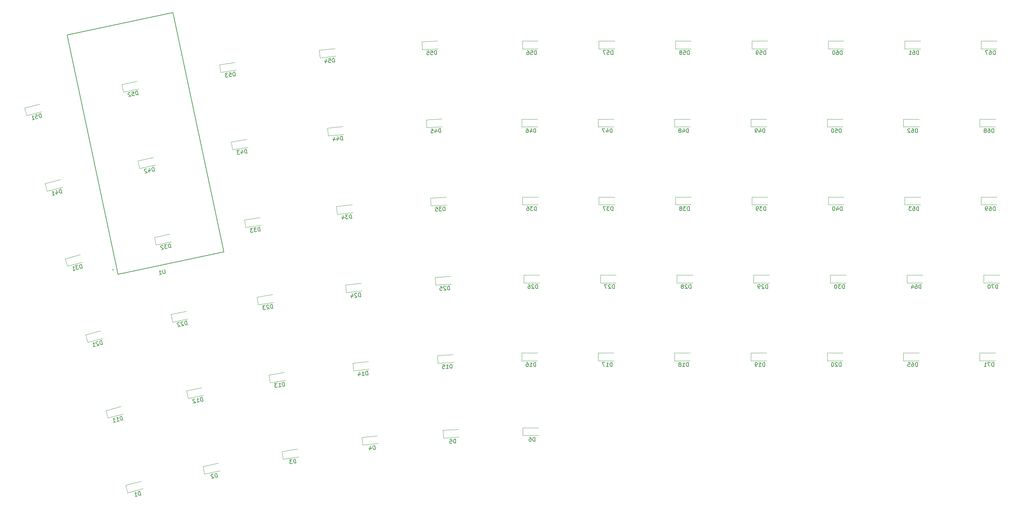
<source format=gbr>
%TF.GenerationSoftware,KiCad,Pcbnew,9.0.2*%
%TF.CreationDate,2025-07-31T22:53:19+02:00*%
%TF.ProjectId,multiboard_RIGHT,6d756c74-6962-46f6-9172-645f52494748,1.0*%
%TF.SameCoordinates,Original*%
%TF.FileFunction,Legend,Bot*%
%TF.FilePolarity,Positive*%
%FSLAX46Y46*%
G04 Gerber Fmt 4.6, Leading zero omitted, Abs format (unit mm)*
G04 Created by KiCad (PCBNEW 9.0.2) date 2025-07-31 22:53:19*
%MOMM*%
%LPD*%
G01*
G04 APERTURE LIST*
%ADD10C,0.150000*%
%ADD11C,0.120000*%
%ADD12C,0.127000*%
%ADD13C,0.200000*%
G04 APERTURE END LIST*
D10*
X71826544Y-158438923D02*
X71567725Y-157472997D01*
X71567725Y-157472997D02*
X71337743Y-157534620D01*
X71337743Y-157534620D02*
X71212078Y-157617591D01*
X71212078Y-157617591D02*
X71144735Y-157734233D01*
X71144735Y-157734233D02*
X71123388Y-157838551D01*
X71123388Y-157838551D02*
X71126690Y-158034862D01*
X71126690Y-158034862D02*
X71163664Y-158172851D01*
X71163664Y-158172851D02*
X71258960Y-158344512D01*
X71258960Y-158344512D02*
X71329605Y-158424180D01*
X71329605Y-158424180D02*
X71446248Y-158491524D01*
X71446248Y-158491524D02*
X71596562Y-158500546D01*
X71596562Y-158500546D02*
X71826544Y-158438923D01*
X70354657Y-158833314D02*
X70906615Y-158685417D01*
X70630636Y-158759365D02*
X70371817Y-157793439D01*
X70371817Y-157793439D02*
X70500784Y-157906779D01*
X70500784Y-157906779D02*
X70617427Y-157974123D01*
X70617427Y-157974123D02*
X70721744Y-157995470D01*
X69434728Y-159079808D02*
X69986686Y-158931911D01*
X69710707Y-159005860D02*
X69451888Y-158039934D01*
X69451888Y-158039934D02*
X69580855Y-158153274D01*
X69580855Y-158153274D02*
X69697497Y-158220617D01*
X69697497Y-158220617D02*
X69801815Y-158241964D01*
X255756103Y-84729619D02*
X255756103Y-83729619D01*
X255756103Y-83729619D02*
X255518008Y-83729619D01*
X255518008Y-83729619D02*
X255375151Y-83777238D01*
X255375151Y-83777238D02*
X255279913Y-83872476D01*
X255279913Y-83872476D02*
X255232294Y-83967714D01*
X255232294Y-83967714D02*
X255184675Y-84158190D01*
X255184675Y-84158190D02*
X255184675Y-84301047D01*
X255184675Y-84301047D02*
X255232294Y-84491523D01*
X255232294Y-84491523D02*
X255279913Y-84586761D01*
X255279913Y-84586761D02*
X255375151Y-84682000D01*
X255375151Y-84682000D02*
X255518008Y-84729619D01*
X255518008Y-84729619D02*
X255756103Y-84729619D01*
X254279913Y-83729619D02*
X254756103Y-83729619D01*
X254756103Y-83729619D02*
X254803722Y-84205809D01*
X254803722Y-84205809D02*
X254756103Y-84158190D01*
X254756103Y-84158190D02*
X254660865Y-84110571D01*
X254660865Y-84110571D02*
X254422770Y-84110571D01*
X254422770Y-84110571D02*
X254327532Y-84158190D01*
X254327532Y-84158190D02*
X254279913Y-84205809D01*
X254279913Y-84205809D02*
X254232294Y-84301047D01*
X254232294Y-84301047D02*
X254232294Y-84539142D01*
X254232294Y-84539142D02*
X254279913Y-84634380D01*
X254279913Y-84634380D02*
X254327532Y-84682000D01*
X254327532Y-84682000D02*
X254422770Y-84729619D01*
X254422770Y-84729619D02*
X254660865Y-84729619D01*
X254660865Y-84729619D02*
X254756103Y-84682000D01*
X254756103Y-84682000D02*
X254803722Y-84634380D01*
X253613246Y-83729619D02*
X253518008Y-83729619D01*
X253518008Y-83729619D02*
X253422770Y-83777238D01*
X253422770Y-83777238D02*
X253375151Y-83824857D01*
X253375151Y-83824857D02*
X253327532Y-83920095D01*
X253327532Y-83920095D02*
X253279913Y-84110571D01*
X253279913Y-84110571D02*
X253279913Y-84348666D01*
X253279913Y-84348666D02*
X253327532Y-84539142D01*
X253327532Y-84539142D02*
X253375151Y-84634380D01*
X253375151Y-84634380D02*
X253422770Y-84682000D01*
X253422770Y-84682000D02*
X253518008Y-84729619D01*
X253518008Y-84729619D02*
X253613246Y-84729619D01*
X253613246Y-84729619D02*
X253708484Y-84682000D01*
X253708484Y-84682000D02*
X253756103Y-84634380D01*
X253756103Y-84634380D02*
X253803722Y-84539142D01*
X253803722Y-84539142D02*
X253851341Y-84348666D01*
X253851341Y-84348666D02*
X253851341Y-84110571D01*
X253851341Y-84110571D02*
X253803722Y-83920095D01*
X253803722Y-83920095D02*
X253756103Y-83824857D01*
X253756103Y-83824857D02*
X253708484Y-83777238D01*
X253708484Y-83777238D02*
X253613246Y-83729619D01*
X126034970Y-66653826D02*
X125930441Y-65659304D01*
X125930441Y-65659304D02*
X125693650Y-65684191D01*
X125693650Y-65684191D02*
X125556553Y-65746482D01*
X125556553Y-65746482D02*
X125471792Y-65851154D01*
X125471792Y-65851154D02*
X125434389Y-65950848D01*
X125434389Y-65950848D02*
X125406941Y-66145258D01*
X125406941Y-66145258D02*
X125421874Y-66287332D01*
X125421874Y-66287332D02*
X125489142Y-66471788D01*
X125489142Y-66471788D02*
X125546455Y-66561526D01*
X125546455Y-66561526D02*
X125651127Y-66646288D01*
X125651127Y-66646288D02*
X125798179Y-66678713D01*
X125798179Y-66678713D02*
X126034970Y-66653826D01*
X124462338Y-65813608D02*
X124935919Y-65763832D01*
X124935919Y-65763832D02*
X125033053Y-66232436D01*
X125033053Y-66232436D02*
X124980717Y-66190056D01*
X124980717Y-66190056D02*
X124881023Y-66152653D01*
X124881023Y-66152653D02*
X124644233Y-66177540D01*
X124644233Y-66177540D02*
X124554494Y-66234854D01*
X124554494Y-66234854D02*
X124512113Y-66287189D01*
X124512113Y-66287189D02*
X124474710Y-66386883D01*
X124474710Y-66386883D02*
X124499598Y-66623674D01*
X124499598Y-66623674D02*
X124556911Y-66713413D01*
X124556911Y-66713413D02*
X124609247Y-66755794D01*
X124609247Y-66755794D02*
X124708941Y-66793197D01*
X124708941Y-66793197D02*
X124945732Y-66768309D01*
X124945732Y-66768309D02*
X125035470Y-66710996D01*
X125035470Y-66710996D02*
X125077851Y-66658660D01*
X123597375Y-66239688D02*
X123667060Y-66902703D01*
X123794345Y-65835935D02*
X124105800Y-66521420D01*
X124105800Y-66521420D02*
X123490143Y-66586128D01*
X256574285Y-124729619D02*
X256574285Y-123729619D01*
X256574285Y-123729619D02*
X256336190Y-123729619D01*
X256336190Y-123729619D02*
X256193333Y-123777238D01*
X256193333Y-123777238D02*
X256098095Y-123872476D01*
X256098095Y-123872476D02*
X256050476Y-123967714D01*
X256050476Y-123967714D02*
X256002857Y-124158190D01*
X256002857Y-124158190D02*
X256002857Y-124301047D01*
X256002857Y-124301047D02*
X256050476Y-124491523D01*
X256050476Y-124491523D02*
X256098095Y-124586761D01*
X256098095Y-124586761D02*
X256193333Y-124682000D01*
X256193333Y-124682000D02*
X256336190Y-124729619D01*
X256336190Y-124729619D02*
X256574285Y-124729619D01*
X255669523Y-123729619D02*
X255050476Y-123729619D01*
X255050476Y-123729619D02*
X255383809Y-124110571D01*
X255383809Y-124110571D02*
X255240952Y-124110571D01*
X255240952Y-124110571D02*
X255145714Y-124158190D01*
X255145714Y-124158190D02*
X255098095Y-124205809D01*
X255098095Y-124205809D02*
X255050476Y-124301047D01*
X255050476Y-124301047D02*
X255050476Y-124539142D01*
X255050476Y-124539142D02*
X255098095Y-124634380D01*
X255098095Y-124634380D02*
X255145714Y-124682000D01*
X255145714Y-124682000D02*
X255240952Y-124729619D01*
X255240952Y-124729619D02*
X255526666Y-124729619D01*
X255526666Y-124729619D02*
X255621904Y-124682000D01*
X255621904Y-124682000D02*
X255669523Y-124634380D01*
X254431428Y-123729619D02*
X254336190Y-123729619D01*
X254336190Y-123729619D02*
X254240952Y-123777238D01*
X254240952Y-123777238D02*
X254193333Y-123824857D01*
X254193333Y-123824857D02*
X254145714Y-123920095D01*
X254145714Y-123920095D02*
X254098095Y-124110571D01*
X254098095Y-124110571D02*
X254098095Y-124348666D01*
X254098095Y-124348666D02*
X254145714Y-124539142D01*
X254145714Y-124539142D02*
X254193333Y-124634380D01*
X254193333Y-124634380D02*
X254240952Y-124682000D01*
X254240952Y-124682000D02*
X254336190Y-124729619D01*
X254336190Y-124729619D02*
X254431428Y-124729619D01*
X254431428Y-124729619D02*
X254526666Y-124682000D01*
X254526666Y-124682000D02*
X254574285Y-124634380D01*
X254574285Y-124634380D02*
X254621904Y-124539142D01*
X254621904Y-124539142D02*
X254669523Y-124348666D01*
X254669523Y-124348666D02*
X254669523Y-124110571D01*
X254669523Y-124110571D02*
X254621904Y-123920095D01*
X254621904Y-123920095D02*
X254574285Y-123824857D01*
X254574285Y-123824857D02*
X254526666Y-123777238D01*
X254526666Y-123777238D02*
X254431428Y-123729619D01*
X51026544Y-80838923D02*
X50767725Y-79872997D01*
X50767725Y-79872997D02*
X50537743Y-79934620D01*
X50537743Y-79934620D02*
X50412078Y-80017591D01*
X50412078Y-80017591D02*
X50344735Y-80134233D01*
X50344735Y-80134233D02*
X50323388Y-80238551D01*
X50323388Y-80238551D02*
X50326690Y-80434862D01*
X50326690Y-80434862D02*
X50363664Y-80572851D01*
X50363664Y-80572851D02*
X50458960Y-80744512D01*
X50458960Y-80744512D02*
X50529605Y-80824180D01*
X50529605Y-80824180D02*
X50646248Y-80891524D01*
X50646248Y-80891524D02*
X50796562Y-80900546D01*
X50796562Y-80900546D02*
X51026544Y-80838923D01*
X49341835Y-80255063D02*
X49801799Y-80131816D01*
X49801799Y-80131816D02*
X49971043Y-80579456D01*
X49971043Y-80579456D02*
X49912722Y-80545784D01*
X49912722Y-80545784D02*
X49808404Y-80524437D01*
X49808404Y-80524437D02*
X49578422Y-80586061D01*
X49578422Y-80586061D02*
X49498754Y-80656707D01*
X49498754Y-80656707D02*
X49465082Y-80715028D01*
X49465082Y-80715028D02*
X49443735Y-80819345D01*
X49443735Y-80819345D02*
X49505358Y-81049328D01*
X49505358Y-81049328D02*
X49576004Y-81128996D01*
X49576004Y-81128996D02*
X49634326Y-81162668D01*
X49634326Y-81162668D02*
X49738643Y-81184015D01*
X49738643Y-81184015D02*
X49968626Y-81122391D01*
X49968626Y-81122391D02*
X50048294Y-81051745D01*
X50048294Y-81051745D02*
X50081966Y-80993424D01*
X48634728Y-81479808D02*
X49186686Y-81331911D01*
X48910707Y-81405860D02*
X48651888Y-80439934D01*
X48651888Y-80439934D02*
X48780855Y-80553274D01*
X48780855Y-80553274D02*
X48897497Y-80620617D01*
X48897497Y-80620617D02*
X49001815Y-80641964D01*
X177574285Y-144729619D02*
X177574285Y-143729619D01*
X177574285Y-143729619D02*
X177336190Y-143729619D01*
X177336190Y-143729619D02*
X177193333Y-143777238D01*
X177193333Y-143777238D02*
X177098095Y-143872476D01*
X177098095Y-143872476D02*
X177050476Y-143967714D01*
X177050476Y-143967714D02*
X177002857Y-144158190D01*
X177002857Y-144158190D02*
X177002857Y-144301047D01*
X177002857Y-144301047D02*
X177050476Y-144491523D01*
X177050476Y-144491523D02*
X177098095Y-144586761D01*
X177098095Y-144586761D02*
X177193333Y-144682000D01*
X177193333Y-144682000D02*
X177336190Y-144729619D01*
X177336190Y-144729619D02*
X177574285Y-144729619D01*
X176050476Y-144729619D02*
X176621904Y-144729619D01*
X176336190Y-144729619D02*
X176336190Y-143729619D01*
X176336190Y-143729619D02*
X176431428Y-143872476D01*
X176431428Y-143872476D02*
X176526666Y-143967714D01*
X176526666Y-143967714D02*
X176621904Y-144015333D01*
X175193333Y-143729619D02*
X175383809Y-143729619D01*
X175383809Y-143729619D02*
X175479047Y-143777238D01*
X175479047Y-143777238D02*
X175526666Y-143824857D01*
X175526666Y-143824857D02*
X175621904Y-143967714D01*
X175621904Y-143967714D02*
X175669523Y-144158190D01*
X175669523Y-144158190D02*
X175669523Y-144539142D01*
X175669523Y-144539142D02*
X175621904Y-144634380D01*
X175621904Y-144634380D02*
X175574285Y-144682000D01*
X175574285Y-144682000D02*
X175479047Y-144729619D01*
X175479047Y-144729619D02*
X175288571Y-144729619D01*
X175288571Y-144729619D02*
X175193333Y-144682000D01*
X175193333Y-144682000D02*
X175145714Y-144634380D01*
X175145714Y-144634380D02*
X175098095Y-144539142D01*
X175098095Y-144539142D02*
X175098095Y-144301047D01*
X175098095Y-144301047D02*
X175145714Y-144205809D01*
X175145714Y-144205809D02*
X175193333Y-144158190D01*
X175193333Y-144158190D02*
X175288571Y-144110571D01*
X175288571Y-144110571D02*
X175479047Y-144110571D01*
X175479047Y-144110571D02*
X175574285Y-144158190D01*
X175574285Y-144158190D02*
X175621904Y-144205809D01*
X175621904Y-144205809D02*
X175669523Y-144301047D01*
X157085103Y-164379625D02*
X157032767Y-163380996D01*
X157032767Y-163380996D02*
X156794998Y-163393457D01*
X156794998Y-163393457D02*
X156654829Y-163448487D01*
X156654829Y-163448487D02*
X156564706Y-163548579D01*
X156564706Y-163548579D02*
X156522136Y-163646179D01*
X156522136Y-163646179D02*
X156484551Y-163838886D01*
X156484551Y-163838886D02*
X156492028Y-163981548D01*
X156492028Y-163981548D02*
X156549551Y-164169270D01*
X156549551Y-164169270D02*
X156602089Y-164261886D01*
X156602089Y-164261886D02*
X156702181Y-164352009D01*
X156702181Y-164352009D02*
X156847334Y-164392086D01*
X156847334Y-164392086D02*
X157085103Y-164379625D01*
X155558600Y-163458254D02*
X156034138Y-163433332D01*
X156034138Y-163433332D02*
X156106613Y-163906377D01*
X156106613Y-163906377D02*
X156056567Y-163861316D01*
X156056567Y-163861316D02*
X155958968Y-163818746D01*
X155958968Y-163818746D02*
X155721199Y-163831207D01*
X155721199Y-163831207D02*
X155628583Y-163883746D01*
X155628583Y-163883746D02*
X155583522Y-163933792D01*
X155583522Y-163933792D02*
X155540952Y-164031391D01*
X155540952Y-164031391D02*
X155553413Y-164269160D01*
X155553413Y-164269160D02*
X155605951Y-164361776D01*
X155605951Y-164361776D02*
X155655997Y-164406837D01*
X155655997Y-164406837D02*
X155753597Y-164449407D01*
X155753597Y-164449407D02*
X155991366Y-164436946D01*
X155991366Y-164436946D02*
X156083981Y-164384408D01*
X156083981Y-164384408D02*
X156129043Y-164334362D01*
X216665194Y-84729619D02*
X216665194Y-83729619D01*
X216665194Y-83729619D02*
X216427099Y-83729619D01*
X216427099Y-83729619D02*
X216284242Y-83777238D01*
X216284242Y-83777238D02*
X216189004Y-83872476D01*
X216189004Y-83872476D02*
X216141385Y-83967714D01*
X216141385Y-83967714D02*
X216093766Y-84158190D01*
X216093766Y-84158190D02*
X216093766Y-84301047D01*
X216093766Y-84301047D02*
X216141385Y-84491523D01*
X216141385Y-84491523D02*
X216189004Y-84586761D01*
X216189004Y-84586761D02*
X216284242Y-84682000D01*
X216284242Y-84682000D02*
X216427099Y-84729619D01*
X216427099Y-84729619D02*
X216665194Y-84729619D01*
X215236623Y-84062952D02*
X215236623Y-84729619D01*
X215474718Y-83682000D02*
X215712813Y-84396285D01*
X215712813Y-84396285D02*
X215093766Y-84396285D01*
X214569956Y-84158190D02*
X214665194Y-84110571D01*
X214665194Y-84110571D02*
X214712813Y-84062952D01*
X214712813Y-84062952D02*
X214760432Y-83967714D01*
X214760432Y-83967714D02*
X214760432Y-83920095D01*
X214760432Y-83920095D02*
X214712813Y-83824857D01*
X214712813Y-83824857D02*
X214665194Y-83777238D01*
X214665194Y-83777238D02*
X214569956Y-83729619D01*
X214569956Y-83729619D02*
X214379480Y-83729619D01*
X214379480Y-83729619D02*
X214284242Y-83777238D01*
X214284242Y-83777238D02*
X214236623Y-83824857D01*
X214236623Y-83824857D02*
X214189004Y-83920095D01*
X214189004Y-83920095D02*
X214189004Y-83967714D01*
X214189004Y-83967714D02*
X214236623Y-84062952D01*
X214236623Y-84062952D02*
X214284242Y-84110571D01*
X214284242Y-84110571D02*
X214379480Y-84158190D01*
X214379480Y-84158190D02*
X214569956Y-84158190D01*
X214569956Y-84158190D02*
X214665194Y-84205809D01*
X214665194Y-84205809D02*
X214712813Y-84253428D01*
X214712813Y-84253428D02*
X214760432Y-84348666D01*
X214760432Y-84348666D02*
X214760432Y-84539142D01*
X214760432Y-84539142D02*
X214712813Y-84634380D01*
X214712813Y-84634380D02*
X214665194Y-84682000D01*
X214665194Y-84682000D02*
X214569956Y-84729619D01*
X214569956Y-84729619D02*
X214379480Y-84729619D01*
X214379480Y-84729619D02*
X214284242Y-84682000D01*
X214284242Y-84682000D02*
X214236623Y-84634380D01*
X214236623Y-84634380D02*
X214189004Y-84539142D01*
X214189004Y-84539142D02*
X214189004Y-84348666D01*
X214189004Y-84348666D02*
X214236623Y-84253428D01*
X214236623Y-84253428D02*
X214284242Y-84205809D01*
X214284242Y-84205809D02*
X214379480Y-84158190D01*
X178028830Y-124729619D02*
X178028830Y-123729619D01*
X178028830Y-123729619D02*
X177790735Y-123729619D01*
X177790735Y-123729619D02*
X177647878Y-123777238D01*
X177647878Y-123777238D02*
X177552640Y-123872476D01*
X177552640Y-123872476D02*
X177505021Y-123967714D01*
X177505021Y-123967714D02*
X177457402Y-124158190D01*
X177457402Y-124158190D02*
X177457402Y-124301047D01*
X177457402Y-124301047D02*
X177505021Y-124491523D01*
X177505021Y-124491523D02*
X177552640Y-124586761D01*
X177552640Y-124586761D02*
X177647878Y-124682000D01*
X177647878Y-124682000D02*
X177790735Y-124729619D01*
X177790735Y-124729619D02*
X178028830Y-124729619D01*
X177076449Y-123824857D02*
X177028830Y-123777238D01*
X177028830Y-123777238D02*
X176933592Y-123729619D01*
X176933592Y-123729619D02*
X176695497Y-123729619D01*
X176695497Y-123729619D02*
X176600259Y-123777238D01*
X176600259Y-123777238D02*
X176552640Y-123824857D01*
X176552640Y-123824857D02*
X176505021Y-123920095D01*
X176505021Y-123920095D02*
X176505021Y-124015333D01*
X176505021Y-124015333D02*
X176552640Y-124158190D01*
X176552640Y-124158190D02*
X177124068Y-124729619D01*
X177124068Y-124729619D02*
X176505021Y-124729619D01*
X175647878Y-123729619D02*
X175838354Y-123729619D01*
X175838354Y-123729619D02*
X175933592Y-123777238D01*
X175933592Y-123777238D02*
X175981211Y-123824857D01*
X175981211Y-123824857D02*
X176076449Y-123967714D01*
X176076449Y-123967714D02*
X176124068Y-124158190D01*
X176124068Y-124158190D02*
X176124068Y-124539142D01*
X176124068Y-124539142D02*
X176076449Y-124634380D01*
X176076449Y-124634380D02*
X176028830Y-124682000D01*
X176028830Y-124682000D02*
X175933592Y-124729619D01*
X175933592Y-124729619D02*
X175743116Y-124729619D01*
X175743116Y-124729619D02*
X175647878Y-124682000D01*
X175647878Y-124682000D02*
X175600259Y-124634380D01*
X175600259Y-124634380D02*
X175552640Y-124539142D01*
X175552640Y-124539142D02*
X175552640Y-124301047D01*
X175552640Y-124301047D02*
X175600259Y-124205809D01*
X175600259Y-124205809D02*
X175647878Y-124158190D01*
X175647878Y-124158190D02*
X175743116Y-124110571D01*
X175743116Y-124110571D02*
X175933592Y-124110571D01*
X175933592Y-124110571D02*
X176028830Y-124158190D01*
X176028830Y-124158190D02*
X176076449Y-124205809D01*
X176076449Y-124205809D02*
X176124068Y-124301047D01*
X79936583Y-94614737D02*
X79728672Y-93636590D01*
X79728672Y-93636590D02*
X79495779Y-93686093D01*
X79495779Y-93686093D02*
X79365945Y-93762373D01*
X79365945Y-93762373D02*
X79292589Y-93875331D01*
X79292589Y-93875331D02*
X79265811Y-93978388D01*
X79265811Y-93978388D02*
X79258835Y-94174603D01*
X79258835Y-94174603D02*
X79288537Y-94314338D01*
X79288537Y-94314338D02*
X79374718Y-94490751D01*
X79374718Y-94490751D02*
X79441097Y-94574008D01*
X79441097Y-94574008D02*
X79554055Y-94647363D01*
X79554055Y-94647363D02*
X79703691Y-94664240D01*
X79703691Y-94664240D02*
X79936583Y-94614737D01*
X78400622Y-94259656D02*
X78539230Y-94911754D01*
X78554310Y-93837525D02*
X78935710Y-94486699D01*
X78935710Y-94486699D02*
X78330190Y-94615407D01*
X77885334Y-94125769D02*
X77828855Y-94089091D01*
X77828855Y-94089091D02*
X77725798Y-94062314D01*
X77725798Y-94062314D02*
X77492906Y-94111817D01*
X77492906Y-94111817D02*
X77409649Y-94178196D01*
X77409649Y-94178196D02*
X77372971Y-94234675D01*
X77372971Y-94234675D02*
X77346194Y-94337733D01*
X77346194Y-94337733D02*
X77365995Y-94430890D01*
X77365995Y-94430890D02*
X77442275Y-94560724D01*
X77442275Y-94560724D02*
X78120024Y-95000859D01*
X78120024Y-95000859D02*
X77514504Y-95129566D01*
X96070798Y-173113743D02*
X95862887Y-172135596D01*
X95862887Y-172135596D02*
X95629994Y-172185098D01*
X95629994Y-172185098D02*
X95500160Y-172261378D01*
X95500160Y-172261378D02*
X95426804Y-172374336D01*
X95426804Y-172374336D02*
X95400026Y-172477394D01*
X95400026Y-172477394D02*
X95393050Y-172673608D01*
X95393050Y-172673608D02*
X95422752Y-172813344D01*
X95422752Y-172813344D02*
X95508933Y-172989757D01*
X95508933Y-172989757D02*
X95575312Y-173073013D01*
X95575312Y-173073013D02*
X95688270Y-173146369D01*
X95688270Y-173146369D02*
X95837906Y-173163246D01*
X95837906Y-173163246D02*
X96070798Y-173113743D01*
X94951119Y-172426764D02*
X94894640Y-172390086D01*
X94894640Y-172390086D02*
X94791582Y-172363308D01*
X94791582Y-172363308D02*
X94558690Y-172412811D01*
X94558690Y-172412811D02*
X94475433Y-172479191D01*
X94475433Y-172479191D02*
X94438756Y-172535670D01*
X94438756Y-172535670D02*
X94411978Y-172638727D01*
X94411978Y-172638727D02*
X94431779Y-172731884D01*
X94431779Y-172731884D02*
X94508059Y-172861719D01*
X94508059Y-172861719D02*
X95185808Y-173301854D01*
X95185808Y-173301854D02*
X94580288Y-173430561D01*
X275619739Y-104729619D02*
X275619739Y-103729619D01*
X275619739Y-103729619D02*
X275381644Y-103729619D01*
X275381644Y-103729619D02*
X275238787Y-103777238D01*
X275238787Y-103777238D02*
X275143549Y-103872476D01*
X275143549Y-103872476D02*
X275095930Y-103967714D01*
X275095930Y-103967714D02*
X275048311Y-104158190D01*
X275048311Y-104158190D02*
X275048311Y-104301047D01*
X275048311Y-104301047D02*
X275095930Y-104491523D01*
X275095930Y-104491523D02*
X275143549Y-104586761D01*
X275143549Y-104586761D02*
X275238787Y-104682000D01*
X275238787Y-104682000D02*
X275381644Y-104729619D01*
X275381644Y-104729619D02*
X275619739Y-104729619D01*
X274191168Y-103729619D02*
X274381644Y-103729619D01*
X274381644Y-103729619D02*
X274476882Y-103777238D01*
X274476882Y-103777238D02*
X274524501Y-103824857D01*
X274524501Y-103824857D02*
X274619739Y-103967714D01*
X274619739Y-103967714D02*
X274667358Y-104158190D01*
X274667358Y-104158190D02*
X274667358Y-104539142D01*
X274667358Y-104539142D02*
X274619739Y-104634380D01*
X274619739Y-104634380D02*
X274572120Y-104682000D01*
X274572120Y-104682000D02*
X274476882Y-104729619D01*
X274476882Y-104729619D02*
X274286406Y-104729619D01*
X274286406Y-104729619D02*
X274191168Y-104682000D01*
X274191168Y-104682000D02*
X274143549Y-104634380D01*
X274143549Y-104634380D02*
X274095930Y-104539142D01*
X274095930Y-104539142D02*
X274095930Y-104301047D01*
X274095930Y-104301047D02*
X274143549Y-104205809D01*
X274143549Y-104205809D02*
X274191168Y-104158190D01*
X274191168Y-104158190D02*
X274286406Y-104110571D01*
X274286406Y-104110571D02*
X274476882Y-104110571D01*
X274476882Y-104110571D02*
X274572120Y-104158190D01*
X274572120Y-104158190D02*
X274619739Y-104205809D01*
X274619739Y-104205809D02*
X274667358Y-104301047D01*
X273762596Y-103729619D02*
X273143549Y-103729619D01*
X273143549Y-103729619D02*
X273476882Y-104110571D01*
X273476882Y-104110571D02*
X273334025Y-104110571D01*
X273334025Y-104110571D02*
X273238787Y-104158190D01*
X273238787Y-104158190D02*
X273191168Y-104205809D01*
X273191168Y-104205809D02*
X273143549Y-104301047D01*
X273143549Y-104301047D02*
X273143549Y-104539142D01*
X273143549Y-104539142D02*
X273191168Y-104634380D01*
X273191168Y-104634380D02*
X273238787Y-104682000D01*
X273238787Y-104682000D02*
X273334025Y-104729619D01*
X273334025Y-104729619D02*
X273619739Y-104729619D01*
X273619739Y-104729619D02*
X273714977Y-104682000D01*
X273714977Y-104682000D02*
X273762596Y-104634380D01*
X107037543Y-109985604D02*
X106881108Y-108997915D01*
X106881108Y-108997915D02*
X106645944Y-109035162D01*
X106645944Y-109035162D02*
X106512295Y-109104542D01*
X106512295Y-109104542D02*
X106433128Y-109213506D01*
X106433128Y-109213506D02*
X106400994Y-109315021D01*
X106400994Y-109315021D02*
X106383758Y-109510602D01*
X106383758Y-109510602D02*
X106406106Y-109651700D01*
X106406106Y-109651700D02*
X106482936Y-109832382D01*
X106482936Y-109832382D02*
X106544867Y-109918998D01*
X106544867Y-109918998D02*
X106653831Y-109998165D01*
X106653831Y-109998165D02*
X106802379Y-110022850D01*
X106802379Y-110022850D02*
X107037543Y-109985604D01*
X105987486Y-109139451D02*
X105376059Y-109236292D01*
X105376059Y-109236292D02*
X105764883Y-109560409D01*
X105764883Y-109560409D02*
X105623785Y-109582757D01*
X105623785Y-109582757D02*
X105537168Y-109644688D01*
X105537168Y-109644688D02*
X105497585Y-109699170D01*
X105497585Y-109699170D02*
X105465451Y-109800685D01*
X105465451Y-109800685D02*
X105502697Y-110035849D01*
X105502697Y-110035849D02*
X105564628Y-110122465D01*
X105564628Y-110122465D02*
X105619110Y-110162049D01*
X105619110Y-110162049D02*
X105720625Y-110194183D01*
X105720625Y-110194183D02*
X106002822Y-110149488D01*
X106002822Y-110149488D02*
X106089438Y-110087556D01*
X106089438Y-110087556D02*
X106129021Y-110033074D01*
X105046830Y-109288437D02*
X104435404Y-109385277D01*
X104435404Y-109385277D02*
X104824227Y-109709394D01*
X104824227Y-109709394D02*
X104683129Y-109731742D01*
X104683129Y-109731742D02*
X104596513Y-109793674D01*
X104596513Y-109793674D02*
X104556929Y-109848156D01*
X104556929Y-109848156D02*
X104524795Y-109949670D01*
X104524795Y-109949670D02*
X104562041Y-110184834D01*
X104562041Y-110184834D02*
X104623973Y-110271451D01*
X104623973Y-110271451D02*
X104678455Y-110311034D01*
X104678455Y-110311034D02*
X104779969Y-110343168D01*
X104779969Y-110343168D02*
X105062166Y-110298473D01*
X105062166Y-110298473D02*
X105148782Y-110236541D01*
X105148782Y-110236541D02*
X105188366Y-110182059D01*
X236465194Y-104729619D02*
X236465194Y-103729619D01*
X236465194Y-103729619D02*
X236227099Y-103729619D01*
X236227099Y-103729619D02*
X236084242Y-103777238D01*
X236084242Y-103777238D02*
X235989004Y-103872476D01*
X235989004Y-103872476D02*
X235941385Y-103967714D01*
X235941385Y-103967714D02*
X235893766Y-104158190D01*
X235893766Y-104158190D02*
X235893766Y-104301047D01*
X235893766Y-104301047D02*
X235941385Y-104491523D01*
X235941385Y-104491523D02*
X235989004Y-104586761D01*
X235989004Y-104586761D02*
X236084242Y-104682000D01*
X236084242Y-104682000D02*
X236227099Y-104729619D01*
X236227099Y-104729619D02*
X236465194Y-104729619D01*
X235560432Y-103729619D02*
X234941385Y-103729619D01*
X234941385Y-103729619D02*
X235274718Y-104110571D01*
X235274718Y-104110571D02*
X235131861Y-104110571D01*
X235131861Y-104110571D02*
X235036623Y-104158190D01*
X235036623Y-104158190D02*
X234989004Y-104205809D01*
X234989004Y-104205809D02*
X234941385Y-104301047D01*
X234941385Y-104301047D02*
X234941385Y-104539142D01*
X234941385Y-104539142D02*
X234989004Y-104634380D01*
X234989004Y-104634380D02*
X235036623Y-104682000D01*
X235036623Y-104682000D02*
X235131861Y-104729619D01*
X235131861Y-104729619D02*
X235417575Y-104729619D01*
X235417575Y-104729619D02*
X235512813Y-104682000D01*
X235512813Y-104682000D02*
X235560432Y-104634380D01*
X234465194Y-104729619D02*
X234274718Y-104729619D01*
X234274718Y-104729619D02*
X234179480Y-104682000D01*
X234179480Y-104682000D02*
X234131861Y-104634380D01*
X234131861Y-104634380D02*
X234036623Y-104491523D01*
X234036623Y-104491523D02*
X233989004Y-104301047D01*
X233989004Y-104301047D02*
X233989004Y-103920095D01*
X233989004Y-103920095D02*
X234036623Y-103824857D01*
X234036623Y-103824857D02*
X234084242Y-103777238D01*
X234084242Y-103777238D02*
X234179480Y-103729619D01*
X234179480Y-103729619D02*
X234369956Y-103729619D01*
X234369956Y-103729619D02*
X234465194Y-103777238D01*
X234465194Y-103777238D02*
X234512813Y-103824857D01*
X234512813Y-103824857D02*
X234560432Y-103920095D01*
X234560432Y-103920095D02*
X234560432Y-104158190D01*
X234560432Y-104158190D02*
X234512813Y-104253428D01*
X234512813Y-104253428D02*
X234465194Y-104301047D01*
X234465194Y-104301047D02*
X234369956Y-104348666D01*
X234369956Y-104348666D02*
X234179480Y-104348666D01*
X234179480Y-104348666D02*
X234084242Y-104301047D01*
X234084242Y-104301047D02*
X234036623Y-104253428D01*
X234036623Y-104253428D02*
X233989004Y-104158190D01*
X128139516Y-86653826D02*
X128034987Y-85659304D01*
X128034987Y-85659304D02*
X127798196Y-85684191D01*
X127798196Y-85684191D02*
X127661099Y-85746482D01*
X127661099Y-85746482D02*
X127576338Y-85851154D01*
X127576338Y-85851154D02*
X127538935Y-85950848D01*
X127538935Y-85950848D02*
X127511487Y-86145258D01*
X127511487Y-86145258D02*
X127526420Y-86287332D01*
X127526420Y-86287332D02*
X127593688Y-86471788D01*
X127593688Y-86471788D02*
X127651001Y-86561526D01*
X127651001Y-86561526D02*
X127755673Y-86646288D01*
X127755673Y-86646288D02*
X127902725Y-86678713D01*
X127902725Y-86678713D02*
X128139516Y-86653826D01*
X126649085Y-86140137D02*
X126718770Y-86803152D01*
X126846055Y-85736384D02*
X127157509Y-86421869D01*
X127157509Y-86421869D02*
X126541853Y-86486577D01*
X125701921Y-86239688D02*
X125771606Y-86902703D01*
X125898891Y-85835935D02*
X126210346Y-86521420D01*
X126210346Y-86521420D02*
X125594689Y-86586128D01*
X216887921Y-64729619D02*
X216887921Y-63729619D01*
X216887921Y-63729619D02*
X216649826Y-63729619D01*
X216649826Y-63729619D02*
X216506969Y-63777238D01*
X216506969Y-63777238D02*
X216411731Y-63872476D01*
X216411731Y-63872476D02*
X216364112Y-63967714D01*
X216364112Y-63967714D02*
X216316493Y-64158190D01*
X216316493Y-64158190D02*
X216316493Y-64301047D01*
X216316493Y-64301047D02*
X216364112Y-64491523D01*
X216364112Y-64491523D02*
X216411731Y-64586761D01*
X216411731Y-64586761D02*
X216506969Y-64682000D01*
X216506969Y-64682000D02*
X216649826Y-64729619D01*
X216649826Y-64729619D02*
X216887921Y-64729619D01*
X215411731Y-63729619D02*
X215887921Y-63729619D01*
X215887921Y-63729619D02*
X215935540Y-64205809D01*
X215935540Y-64205809D02*
X215887921Y-64158190D01*
X215887921Y-64158190D02*
X215792683Y-64110571D01*
X215792683Y-64110571D02*
X215554588Y-64110571D01*
X215554588Y-64110571D02*
X215459350Y-64158190D01*
X215459350Y-64158190D02*
X215411731Y-64205809D01*
X215411731Y-64205809D02*
X215364112Y-64301047D01*
X215364112Y-64301047D02*
X215364112Y-64539142D01*
X215364112Y-64539142D02*
X215411731Y-64634380D01*
X215411731Y-64634380D02*
X215459350Y-64682000D01*
X215459350Y-64682000D02*
X215554588Y-64729619D01*
X215554588Y-64729619D02*
X215792683Y-64729619D01*
X215792683Y-64729619D02*
X215887921Y-64682000D01*
X215887921Y-64682000D02*
X215935540Y-64634380D01*
X214792683Y-64158190D02*
X214887921Y-64110571D01*
X214887921Y-64110571D02*
X214935540Y-64062952D01*
X214935540Y-64062952D02*
X214983159Y-63967714D01*
X214983159Y-63967714D02*
X214983159Y-63920095D01*
X214983159Y-63920095D02*
X214935540Y-63824857D01*
X214935540Y-63824857D02*
X214887921Y-63777238D01*
X214887921Y-63777238D02*
X214792683Y-63729619D01*
X214792683Y-63729619D02*
X214602207Y-63729619D01*
X214602207Y-63729619D02*
X214506969Y-63777238D01*
X214506969Y-63777238D02*
X214459350Y-63824857D01*
X214459350Y-63824857D02*
X214411731Y-63920095D01*
X214411731Y-63920095D02*
X214411731Y-63967714D01*
X214411731Y-63967714D02*
X214459350Y-64062952D01*
X214459350Y-64062952D02*
X214506969Y-64110571D01*
X214506969Y-64110571D02*
X214602207Y-64158190D01*
X214602207Y-64158190D02*
X214792683Y-64158190D01*
X214792683Y-64158190D02*
X214887921Y-64205809D01*
X214887921Y-64205809D02*
X214935540Y-64253428D01*
X214935540Y-64253428D02*
X214983159Y-64348666D01*
X214983159Y-64348666D02*
X214983159Y-64539142D01*
X214983159Y-64539142D02*
X214935540Y-64634380D01*
X214935540Y-64634380D02*
X214887921Y-64682000D01*
X214887921Y-64682000D02*
X214792683Y-64729619D01*
X214792683Y-64729619D02*
X214602207Y-64729619D01*
X214602207Y-64729619D02*
X214506969Y-64682000D01*
X214506969Y-64682000D02*
X214459350Y-64634380D01*
X214459350Y-64634380D02*
X214411731Y-64539142D01*
X214411731Y-64539142D02*
X214411731Y-64348666D01*
X214411731Y-64348666D02*
X214459350Y-64253428D01*
X214459350Y-64253428D02*
X214506969Y-64205809D01*
X214506969Y-64205809D02*
X214602207Y-64158190D01*
X156142460Y-145172703D02*
X156090124Y-144174074D01*
X156090124Y-144174074D02*
X155852355Y-144186535D01*
X155852355Y-144186535D02*
X155712185Y-144241565D01*
X155712185Y-144241565D02*
X155622062Y-144341657D01*
X155622062Y-144341657D02*
X155579493Y-144439257D01*
X155579493Y-144439257D02*
X155541908Y-144631964D01*
X155541908Y-144631964D02*
X155549384Y-144774626D01*
X155549384Y-144774626D02*
X155606907Y-144962349D01*
X155606907Y-144962349D02*
X155659445Y-145054964D01*
X155659445Y-145054964D02*
X155759537Y-145145087D01*
X155759537Y-145145087D02*
X155904691Y-145185164D01*
X155904691Y-145185164D02*
X156142460Y-145172703D01*
X154620738Y-145252453D02*
X155191384Y-145222547D01*
X154906061Y-145237500D02*
X154853725Y-144238871D01*
X154853725Y-144238871D02*
X154956309Y-144376548D01*
X154956309Y-144376548D02*
X155056401Y-144466671D01*
X155056401Y-144466671D02*
X155154001Y-144509240D01*
X153664880Y-144301176D02*
X154140418Y-144276254D01*
X154140418Y-144276254D02*
X154212894Y-144749299D01*
X154212894Y-144749299D02*
X154162848Y-144704238D01*
X154162848Y-144704238D02*
X154065248Y-144661668D01*
X154065248Y-144661668D02*
X153827479Y-144674129D01*
X153827479Y-144674129D02*
X153734864Y-144726667D01*
X153734864Y-144726667D02*
X153689802Y-144776713D01*
X153689802Y-144776713D02*
X153647233Y-144874313D01*
X153647233Y-144874313D02*
X153659694Y-145112082D01*
X153659694Y-145112082D02*
X153712232Y-145204697D01*
X153712232Y-145204697D02*
X153762278Y-145249759D01*
X153762278Y-145249759D02*
X153859878Y-145292328D01*
X153859878Y-145292328D02*
X154097647Y-145279868D01*
X154097647Y-145279868D02*
X154190262Y-145227329D01*
X154190262Y-145227329D02*
X154235324Y-145177283D01*
X295197012Y-64729619D02*
X295197012Y-63729619D01*
X295197012Y-63729619D02*
X294958917Y-63729619D01*
X294958917Y-63729619D02*
X294816060Y-63777238D01*
X294816060Y-63777238D02*
X294720822Y-63872476D01*
X294720822Y-63872476D02*
X294673203Y-63967714D01*
X294673203Y-63967714D02*
X294625584Y-64158190D01*
X294625584Y-64158190D02*
X294625584Y-64301047D01*
X294625584Y-64301047D02*
X294673203Y-64491523D01*
X294673203Y-64491523D02*
X294720822Y-64586761D01*
X294720822Y-64586761D02*
X294816060Y-64682000D01*
X294816060Y-64682000D02*
X294958917Y-64729619D01*
X294958917Y-64729619D02*
X295197012Y-64729619D01*
X293768441Y-63729619D02*
X293958917Y-63729619D01*
X293958917Y-63729619D02*
X294054155Y-63777238D01*
X294054155Y-63777238D02*
X294101774Y-63824857D01*
X294101774Y-63824857D02*
X294197012Y-63967714D01*
X294197012Y-63967714D02*
X294244631Y-64158190D01*
X294244631Y-64158190D02*
X294244631Y-64539142D01*
X294244631Y-64539142D02*
X294197012Y-64634380D01*
X294197012Y-64634380D02*
X294149393Y-64682000D01*
X294149393Y-64682000D02*
X294054155Y-64729619D01*
X294054155Y-64729619D02*
X293863679Y-64729619D01*
X293863679Y-64729619D02*
X293768441Y-64682000D01*
X293768441Y-64682000D02*
X293720822Y-64634380D01*
X293720822Y-64634380D02*
X293673203Y-64539142D01*
X293673203Y-64539142D02*
X293673203Y-64301047D01*
X293673203Y-64301047D02*
X293720822Y-64205809D01*
X293720822Y-64205809D02*
X293768441Y-64158190D01*
X293768441Y-64158190D02*
X293863679Y-64110571D01*
X293863679Y-64110571D02*
X294054155Y-64110571D01*
X294054155Y-64110571D02*
X294149393Y-64158190D01*
X294149393Y-64158190D02*
X294197012Y-64205809D01*
X294197012Y-64205809D02*
X294244631Y-64301047D01*
X293339869Y-63729619D02*
X292673203Y-63729619D01*
X292673203Y-63729619D02*
X293101774Y-64729619D01*
X275301557Y-144729619D02*
X275301557Y-143729619D01*
X275301557Y-143729619D02*
X275063462Y-143729619D01*
X275063462Y-143729619D02*
X274920605Y-143777238D01*
X274920605Y-143777238D02*
X274825367Y-143872476D01*
X274825367Y-143872476D02*
X274777748Y-143967714D01*
X274777748Y-143967714D02*
X274730129Y-144158190D01*
X274730129Y-144158190D02*
X274730129Y-144301047D01*
X274730129Y-144301047D02*
X274777748Y-144491523D01*
X274777748Y-144491523D02*
X274825367Y-144586761D01*
X274825367Y-144586761D02*
X274920605Y-144682000D01*
X274920605Y-144682000D02*
X275063462Y-144729619D01*
X275063462Y-144729619D02*
X275301557Y-144729619D01*
X273872986Y-143729619D02*
X274063462Y-143729619D01*
X274063462Y-143729619D02*
X274158700Y-143777238D01*
X274158700Y-143777238D02*
X274206319Y-143824857D01*
X274206319Y-143824857D02*
X274301557Y-143967714D01*
X274301557Y-143967714D02*
X274349176Y-144158190D01*
X274349176Y-144158190D02*
X274349176Y-144539142D01*
X274349176Y-144539142D02*
X274301557Y-144634380D01*
X274301557Y-144634380D02*
X274253938Y-144682000D01*
X274253938Y-144682000D02*
X274158700Y-144729619D01*
X274158700Y-144729619D02*
X273968224Y-144729619D01*
X273968224Y-144729619D02*
X273872986Y-144682000D01*
X273872986Y-144682000D02*
X273825367Y-144634380D01*
X273825367Y-144634380D02*
X273777748Y-144539142D01*
X273777748Y-144539142D02*
X273777748Y-144301047D01*
X273777748Y-144301047D02*
X273825367Y-144205809D01*
X273825367Y-144205809D02*
X273872986Y-144158190D01*
X273872986Y-144158190D02*
X273968224Y-144110571D01*
X273968224Y-144110571D02*
X274158700Y-144110571D01*
X274158700Y-144110571D02*
X274253938Y-144158190D01*
X274253938Y-144158190D02*
X274301557Y-144205809D01*
X274301557Y-144205809D02*
X274349176Y-144301047D01*
X272872986Y-143729619D02*
X273349176Y-143729619D01*
X273349176Y-143729619D02*
X273396795Y-144205809D01*
X273396795Y-144205809D02*
X273349176Y-144158190D01*
X273349176Y-144158190D02*
X273253938Y-144110571D01*
X273253938Y-144110571D02*
X273015843Y-144110571D01*
X273015843Y-144110571D02*
X272920605Y-144158190D01*
X272920605Y-144158190D02*
X272872986Y-144205809D01*
X272872986Y-144205809D02*
X272825367Y-144301047D01*
X272825367Y-144301047D02*
X272825367Y-144539142D01*
X272825367Y-144539142D02*
X272872986Y-144634380D01*
X272872986Y-144634380D02*
X272920605Y-144682000D01*
X272920605Y-144682000D02*
X273015843Y-144729619D01*
X273015843Y-144729619D02*
X273253938Y-144729619D01*
X273253938Y-144729619D02*
X273349176Y-144682000D01*
X273349176Y-144682000D02*
X273396795Y-144634380D01*
X216665194Y-144729619D02*
X216665194Y-143729619D01*
X216665194Y-143729619D02*
X216427099Y-143729619D01*
X216427099Y-143729619D02*
X216284242Y-143777238D01*
X216284242Y-143777238D02*
X216189004Y-143872476D01*
X216189004Y-143872476D02*
X216141385Y-143967714D01*
X216141385Y-143967714D02*
X216093766Y-144158190D01*
X216093766Y-144158190D02*
X216093766Y-144301047D01*
X216093766Y-144301047D02*
X216141385Y-144491523D01*
X216141385Y-144491523D02*
X216189004Y-144586761D01*
X216189004Y-144586761D02*
X216284242Y-144682000D01*
X216284242Y-144682000D02*
X216427099Y-144729619D01*
X216427099Y-144729619D02*
X216665194Y-144729619D01*
X215141385Y-144729619D02*
X215712813Y-144729619D01*
X215427099Y-144729619D02*
X215427099Y-143729619D01*
X215427099Y-143729619D02*
X215522337Y-143872476D01*
X215522337Y-143872476D02*
X215617575Y-143967714D01*
X215617575Y-143967714D02*
X215712813Y-144015333D01*
X214569956Y-144158190D02*
X214665194Y-144110571D01*
X214665194Y-144110571D02*
X214712813Y-144062952D01*
X214712813Y-144062952D02*
X214760432Y-143967714D01*
X214760432Y-143967714D02*
X214760432Y-143920095D01*
X214760432Y-143920095D02*
X214712813Y-143824857D01*
X214712813Y-143824857D02*
X214665194Y-143777238D01*
X214665194Y-143777238D02*
X214569956Y-143729619D01*
X214569956Y-143729619D02*
X214379480Y-143729619D01*
X214379480Y-143729619D02*
X214284242Y-143777238D01*
X214284242Y-143777238D02*
X214236623Y-143824857D01*
X214236623Y-143824857D02*
X214189004Y-143920095D01*
X214189004Y-143920095D02*
X214189004Y-143967714D01*
X214189004Y-143967714D02*
X214236623Y-144062952D01*
X214236623Y-144062952D02*
X214284242Y-144110571D01*
X214284242Y-144110571D02*
X214379480Y-144158190D01*
X214379480Y-144158190D02*
X214569956Y-144158190D01*
X214569956Y-144158190D02*
X214665194Y-144205809D01*
X214665194Y-144205809D02*
X214712813Y-144253428D01*
X214712813Y-144253428D02*
X214760432Y-144348666D01*
X214760432Y-144348666D02*
X214760432Y-144539142D01*
X214760432Y-144539142D02*
X214712813Y-144634380D01*
X214712813Y-144634380D02*
X214665194Y-144682000D01*
X214665194Y-144682000D02*
X214569956Y-144729619D01*
X214569956Y-144729619D02*
X214379480Y-144729619D01*
X214379480Y-144729619D02*
X214284242Y-144682000D01*
X214284242Y-144682000D02*
X214236623Y-144634380D01*
X214236623Y-144634380D02*
X214189004Y-144539142D01*
X214189004Y-144539142D02*
X214189004Y-144348666D01*
X214189004Y-144348666D02*
X214236623Y-144253428D01*
X214236623Y-144253428D02*
X214284242Y-144205809D01*
X214284242Y-144205809D02*
X214379480Y-144158190D01*
X132756334Y-126839026D02*
X132651805Y-125844504D01*
X132651805Y-125844504D02*
X132415014Y-125869391D01*
X132415014Y-125869391D02*
X132277917Y-125931682D01*
X132277917Y-125931682D02*
X132193156Y-126036354D01*
X132193156Y-126036354D02*
X132155753Y-126136048D01*
X132155753Y-126136048D02*
X132128305Y-126330458D01*
X132128305Y-126330458D02*
X132143238Y-126472532D01*
X132143238Y-126472532D02*
X132210506Y-126656988D01*
X132210506Y-126656988D02*
X132267819Y-126746726D01*
X132267819Y-126746726D02*
X132372491Y-126831488D01*
X132372491Y-126831488D02*
X132519543Y-126863913D01*
X132519543Y-126863913D02*
X132756334Y-126839026D01*
X131714597Y-126038771D02*
X131662261Y-125996390D01*
X131662261Y-125996390D02*
X131562567Y-125958987D01*
X131562567Y-125958987D02*
X131325776Y-125983875D01*
X131325776Y-125983875D02*
X131236037Y-126041188D01*
X131236037Y-126041188D02*
X131193657Y-126093524D01*
X131193657Y-126093524D02*
X131156254Y-126193218D01*
X131156254Y-126193218D02*
X131166209Y-126287934D01*
X131166209Y-126287934D02*
X131228500Y-126425031D01*
X131228500Y-126425031D02*
X131856528Y-126933599D01*
X131856528Y-126933599D02*
X131240872Y-126998307D01*
X130318739Y-126424888D02*
X130388424Y-127087903D01*
X130515709Y-126021135D02*
X130827164Y-126706620D01*
X130827164Y-126706620D02*
X130211507Y-126771328D01*
X88336583Y-134014737D02*
X88128672Y-133036590D01*
X88128672Y-133036590D02*
X87895779Y-133086093D01*
X87895779Y-133086093D02*
X87765945Y-133162373D01*
X87765945Y-133162373D02*
X87692589Y-133275331D01*
X87692589Y-133275331D02*
X87665811Y-133378388D01*
X87665811Y-133378388D02*
X87658835Y-133574603D01*
X87658835Y-133574603D02*
X87688537Y-133714338D01*
X87688537Y-133714338D02*
X87774718Y-133890751D01*
X87774718Y-133890751D02*
X87841097Y-133974008D01*
X87841097Y-133974008D02*
X87954055Y-134047363D01*
X87954055Y-134047363D02*
X88103691Y-134064240D01*
X88103691Y-134064240D02*
X88336583Y-134014737D01*
X87216904Y-133327758D02*
X87160425Y-133291080D01*
X87160425Y-133291080D02*
X87057367Y-133264303D01*
X87057367Y-133264303D02*
X86824475Y-133313805D01*
X86824475Y-133313805D02*
X86741219Y-133380185D01*
X86741219Y-133380185D02*
X86704541Y-133436664D01*
X86704541Y-133436664D02*
X86677763Y-133539721D01*
X86677763Y-133539721D02*
X86697564Y-133632878D01*
X86697564Y-133632878D02*
X86773845Y-133762713D01*
X86773845Y-133762713D02*
X87451593Y-134202848D01*
X87451593Y-134202848D02*
X86846073Y-134331555D01*
X86285334Y-133525769D02*
X86228855Y-133489091D01*
X86228855Y-133489091D02*
X86125798Y-133462314D01*
X86125798Y-133462314D02*
X85892906Y-133511817D01*
X85892906Y-133511817D02*
X85809649Y-133578196D01*
X85809649Y-133578196D02*
X85772971Y-133634675D01*
X85772971Y-133634675D02*
X85746194Y-133737733D01*
X85746194Y-133737733D02*
X85765995Y-133830890D01*
X85765995Y-133830890D02*
X85842275Y-133960724D01*
X85842275Y-133960724D02*
X86520024Y-134400859D01*
X86520024Y-134400859D02*
X85914504Y-134529566D01*
X197310648Y-64729619D02*
X197310648Y-63729619D01*
X197310648Y-63729619D02*
X197072553Y-63729619D01*
X197072553Y-63729619D02*
X196929696Y-63777238D01*
X196929696Y-63777238D02*
X196834458Y-63872476D01*
X196834458Y-63872476D02*
X196786839Y-63967714D01*
X196786839Y-63967714D02*
X196739220Y-64158190D01*
X196739220Y-64158190D02*
X196739220Y-64301047D01*
X196739220Y-64301047D02*
X196786839Y-64491523D01*
X196786839Y-64491523D02*
X196834458Y-64586761D01*
X196834458Y-64586761D02*
X196929696Y-64682000D01*
X196929696Y-64682000D02*
X197072553Y-64729619D01*
X197072553Y-64729619D02*
X197310648Y-64729619D01*
X195834458Y-63729619D02*
X196310648Y-63729619D01*
X196310648Y-63729619D02*
X196358267Y-64205809D01*
X196358267Y-64205809D02*
X196310648Y-64158190D01*
X196310648Y-64158190D02*
X196215410Y-64110571D01*
X196215410Y-64110571D02*
X195977315Y-64110571D01*
X195977315Y-64110571D02*
X195882077Y-64158190D01*
X195882077Y-64158190D02*
X195834458Y-64205809D01*
X195834458Y-64205809D02*
X195786839Y-64301047D01*
X195786839Y-64301047D02*
X195786839Y-64539142D01*
X195786839Y-64539142D02*
X195834458Y-64634380D01*
X195834458Y-64634380D02*
X195882077Y-64682000D01*
X195882077Y-64682000D02*
X195977315Y-64729619D01*
X195977315Y-64729619D02*
X196215410Y-64729619D01*
X196215410Y-64729619D02*
X196310648Y-64682000D01*
X196310648Y-64682000D02*
X196358267Y-64634380D01*
X195453505Y-63729619D02*
X194786839Y-63729619D01*
X194786839Y-63729619D02*
X195215410Y-64729619D01*
X177370821Y-163911619D02*
X177370821Y-162911619D01*
X177370821Y-162911619D02*
X177132726Y-162911619D01*
X177132726Y-162911619D02*
X176989869Y-162959238D01*
X176989869Y-162959238D02*
X176894631Y-163054476D01*
X176894631Y-163054476D02*
X176847012Y-163149714D01*
X176847012Y-163149714D02*
X176799393Y-163340190D01*
X176799393Y-163340190D02*
X176799393Y-163483047D01*
X176799393Y-163483047D02*
X176847012Y-163673523D01*
X176847012Y-163673523D02*
X176894631Y-163768761D01*
X176894631Y-163768761D02*
X176989869Y-163864000D01*
X176989869Y-163864000D02*
X177132726Y-163911619D01*
X177132726Y-163911619D02*
X177370821Y-163911619D01*
X175942250Y-162911619D02*
X176132726Y-162911619D01*
X176132726Y-162911619D02*
X176227964Y-162959238D01*
X176227964Y-162959238D02*
X176275583Y-163006857D01*
X176275583Y-163006857D02*
X176370821Y-163149714D01*
X176370821Y-163149714D02*
X176418440Y-163340190D01*
X176418440Y-163340190D02*
X176418440Y-163721142D01*
X176418440Y-163721142D02*
X176370821Y-163816380D01*
X176370821Y-163816380D02*
X176323202Y-163864000D01*
X176323202Y-163864000D02*
X176227964Y-163911619D01*
X176227964Y-163911619D02*
X176037488Y-163911619D01*
X176037488Y-163911619D02*
X175942250Y-163864000D01*
X175942250Y-163864000D02*
X175894631Y-163816380D01*
X175894631Y-163816380D02*
X175847012Y-163721142D01*
X175847012Y-163721142D02*
X175847012Y-163483047D01*
X175847012Y-163483047D02*
X175894631Y-163387809D01*
X175894631Y-163387809D02*
X175942250Y-163340190D01*
X175942250Y-163340190D02*
X176037488Y-163292571D01*
X176037488Y-163292571D02*
X176227964Y-163292571D01*
X176227964Y-163292571D02*
X176323202Y-163340190D01*
X176323202Y-163340190D02*
X176370821Y-163387809D01*
X176370821Y-163387809D02*
X176418440Y-163483047D01*
X66626544Y-139038923D02*
X66367725Y-138072997D01*
X66367725Y-138072997D02*
X66137743Y-138134620D01*
X66137743Y-138134620D02*
X66012078Y-138217591D01*
X66012078Y-138217591D02*
X65944735Y-138334233D01*
X65944735Y-138334233D02*
X65923388Y-138438551D01*
X65923388Y-138438551D02*
X65926690Y-138634862D01*
X65926690Y-138634862D02*
X65963664Y-138772851D01*
X65963664Y-138772851D02*
X66058960Y-138944512D01*
X66058960Y-138944512D02*
X66129605Y-139024180D01*
X66129605Y-139024180D02*
X66246248Y-139091524D01*
X66246248Y-139091524D02*
X66396562Y-139100546D01*
X66396562Y-139100546D02*
X66626544Y-139038923D01*
X65472445Y-138411484D02*
X65414124Y-138377812D01*
X65414124Y-138377812D02*
X65309807Y-138356465D01*
X65309807Y-138356465D02*
X65079824Y-138418089D01*
X65079824Y-138418089D02*
X65000156Y-138488735D01*
X65000156Y-138488735D02*
X64966484Y-138547056D01*
X64966484Y-138547056D02*
X64945137Y-138651374D01*
X64945137Y-138651374D02*
X64969787Y-138743367D01*
X64969787Y-138743367D02*
X65052757Y-138869031D01*
X65052757Y-138869031D02*
X65752611Y-139273092D01*
X65752611Y-139273092D02*
X65154657Y-139433314D01*
X64234728Y-139679808D02*
X64786686Y-139531911D01*
X64510707Y-139605860D02*
X64251888Y-138639934D01*
X64251888Y-138639934D02*
X64380855Y-138753274D01*
X64380855Y-138753274D02*
X64497497Y-138820617D01*
X64497497Y-138820617D02*
X64601815Y-138841964D01*
X177733376Y-64729619D02*
X177733376Y-63729619D01*
X177733376Y-63729619D02*
X177495281Y-63729619D01*
X177495281Y-63729619D02*
X177352424Y-63777238D01*
X177352424Y-63777238D02*
X177257186Y-63872476D01*
X177257186Y-63872476D02*
X177209567Y-63967714D01*
X177209567Y-63967714D02*
X177161948Y-64158190D01*
X177161948Y-64158190D02*
X177161948Y-64301047D01*
X177161948Y-64301047D02*
X177209567Y-64491523D01*
X177209567Y-64491523D02*
X177257186Y-64586761D01*
X177257186Y-64586761D02*
X177352424Y-64682000D01*
X177352424Y-64682000D02*
X177495281Y-64729619D01*
X177495281Y-64729619D02*
X177733376Y-64729619D01*
X176257186Y-63729619D02*
X176733376Y-63729619D01*
X176733376Y-63729619D02*
X176780995Y-64205809D01*
X176780995Y-64205809D02*
X176733376Y-64158190D01*
X176733376Y-64158190D02*
X176638138Y-64110571D01*
X176638138Y-64110571D02*
X176400043Y-64110571D01*
X176400043Y-64110571D02*
X176304805Y-64158190D01*
X176304805Y-64158190D02*
X176257186Y-64205809D01*
X176257186Y-64205809D02*
X176209567Y-64301047D01*
X176209567Y-64301047D02*
X176209567Y-64539142D01*
X176209567Y-64539142D02*
X176257186Y-64634380D01*
X176257186Y-64634380D02*
X176304805Y-64682000D01*
X176304805Y-64682000D02*
X176400043Y-64729619D01*
X176400043Y-64729619D02*
X176638138Y-64729619D01*
X176638138Y-64729619D02*
X176733376Y-64682000D01*
X176733376Y-64682000D02*
X176780995Y-64634380D01*
X175352424Y-63729619D02*
X175542900Y-63729619D01*
X175542900Y-63729619D02*
X175638138Y-63777238D01*
X175638138Y-63777238D02*
X175685757Y-63824857D01*
X175685757Y-63824857D02*
X175780995Y-63967714D01*
X175780995Y-63967714D02*
X175828614Y-64158190D01*
X175828614Y-64158190D02*
X175828614Y-64539142D01*
X175828614Y-64539142D02*
X175780995Y-64634380D01*
X175780995Y-64634380D02*
X175733376Y-64682000D01*
X175733376Y-64682000D02*
X175638138Y-64729619D01*
X175638138Y-64729619D02*
X175447662Y-64729619D01*
X175447662Y-64729619D02*
X175352424Y-64682000D01*
X175352424Y-64682000D02*
X175304805Y-64634380D01*
X175304805Y-64634380D02*
X175257186Y-64539142D01*
X175257186Y-64539142D02*
X175257186Y-64301047D01*
X175257186Y-64301047D02*
X175304805Y-64205809D01*
X175304805Y-64205809D02*
X175352424Y-64158190D01*
X175352424Y-64158190D02*
X175447662Y-64110571D01*
X175447662Y-64110571D02*
X175638138Y-64110571D01*
X175638138Y-64110571D02*
X175733376Y-64158190D01*
X175733376Y-64158190D02*
X175780995Y-64205809D01*
X175780995Y-64205809D02*
X175828614Y-64301047D01*
X255756103Y-144729619D02*
X255756103Y-143729619D01*
X255756103Y-143729619D02*
X255518008Y-143729619D01*
X255518008Y-143729619D02*
X255375151Y-143777238D01*
X255375151Y-143777238D02*
X255279913Y-143872476D01*
X255279913Y-143872476D02*
X255232294Y-143967714D01*
X255232294Y-143967714D02*
X255184675Y-144158190D01*
X255184675Y-144158190D02*
X255184675Y-144301047D01*
X255184675Y-144301047D02*
X255232294Y-144491523D01*
X255232294Y-144491523D02*
X255279913Y-144586761D01*
X255279913Y-144586761D02*
X255375151Y-144682000D01*
X255375151Y-144682000D02*
X255518008Y-144729619D01*
X255518008Y-144729619D02*
X255756103Y-144729619D01*
X254803722Y-143824857D02*
X254756103Y-143777238D01*
X254756103Y-143777238D02*
X254660865Y-143729619D01*
X254660865Y-143729619D02*
X254422770Y-143729619D01*
X254422770Y-143729619D02*
X254327532Y-143777238D01*
X254327532Y-143777238D02*
X254279913Y-143824857D01*
X254279913Y-143824857D02*
X254232294Y-143920095D01*
X254232294Y-143920095D02*
X254232294Y-144015333D01*
X254232294Y-144015333D02*
X254279913Y-144158190D01*
X254279913Y-144158190D02*
X254851341Y-144729619D01*
X254851341Y-144729619D02*
X254232294Y-144729619D01*
X253613246Y-143729619D02*
X253518008Y-143729619D01*
X253518008Y-143729619D02*
X253422770Y-143777238D01*
X253422770Y-143777238D02*
X253375151Y-143824857D01*
X253375151Y-143824857D02*
X253327532Y-143920095D01*
X253327532Y-143920095D02*
X253279913Y-144110571D01*
X253279913Y-144110571D02*
X253279913Y-144348666D01*
X253279913Y-144348666D02*
X253327532Y-144539142D01*
X253327532Y-144539142D02*
X253375151Y-144634380D01*
X253375151Y-144634380D02*
X253422770Y-144682000D01*
X253422770Y-144682000D02*
X253518008Y-144729619D01*
X253518008Y-144729619D02*
X253613246Y-144729619D01*
X253613246Y-144729619D02*
X253708484Y-144682000D01*
X253708484Y-144682000D02*
X253756103Y-144634380D01*
X253756103Y-144634380D02*
X253803722Y-144539142D01*
X253803722Y-144539142D02*
X253851341Y-144348666D01*
X253851341Y-144348666D02*
X253851341Y-144110571D01*
X253851341Y-144110571D02*
X253803722Y-143920095D01*
X253803722Y-143920095D02*
X253756103Y-143824857D01*
X253756103Y-143824857D02*
X253708484Y-143777238D01*
X253708484Y-143777238D02*
X253613246Y-143729619D01*
X216887921Y-104729619D02*
X216887921Y-103729619D01*
X216887921Y-103729619D02*
X216649826Y-103729619D01*
X216649826Y-103729619D02*
X216506969Y-103777238D01*
X216506969Y-103777238D02*
X216411731Y-103872476D01*
X216411731Y-103872476D02*
X216364112Y-103967714D01*
X216364112Y-103967714D02*
X216316493Y-104158190D01*
X216316493Y-104158190D02*
X216316493Y-104301047D01*
X216316493Y-104301047D02*
X216364112Y-104491523D01*
X216364112Y-104491523D02*
X216411731Y-104586761D01*
X216411731Y-104586761D02*
X216506969Y-104682000D01*
X216506969Y-104682000D02*
X216649826Y-104729619D01*
X216649826Y-104729619D02*
X216887921Y-104729619D01*
X215983159Y-103729619D02*
X215364112Y-103729619D01*
X215364112Y-103729619D02*
X215697445Y-104110571D01*
X215697445Y-104110571D02*
X215554588Y-104110571D01*
X215554588Y-104110571D02*
X215459350Y-104158190D01*
X215459350Y-104158190D02*
X215411731Y-104205809D01*
X215411731Y-104205809D02*
X215364112Y-104301047D01*
X215364112Y-104301047D02*
X215364112Y-104539142D01*
X215364112Y-104539142D02*
X215411731Y-104634380D01*
X215411731Y-104634380D02*
X215459350Y-104682000D01*
X215459350Y-104682000D02*
X215554588Y-104729619D01*
X215554588Y-104729619D02*
X215840302Y-104729619D01*
X215840302Y-104729619D02*
X215935540Y-104682000D01*
X215935540Y-104682000D02*
X215983159Y-104634380D01*
X214792683Y-104158190D02*
X214887921Y-104110571D01*
X214887921Y-104110571D02*
X214935540Y-104062952D01*
X214935540Y-104062952D02*
X214983159Y-103967714D01*
X214983159Y-103967714D02*
X214983159Y-103920095D01*
X214983159Y-103920095D02*
X214935540Y-103824857D01*
X214935540Y-103824857D02*
X214887921Y-103777238D01*
X214887921Y-103777238D02*
X214792683Y-103729619D01*
X214792683Y-103729619D02*
X214602207Y-103729619D01*
X214602207Y-103729619D02*
X214506969Y-103777238D01*
X214506969Y-103777238D02*
X214459350Y-103824857D01*
X214459350Y-103824857D02*
X214411731Y-103920095D01*
X214411731Y-103920095D02*
X214411731Y-103967714D01*
X214411731Y-103967714D02*
X214459350Y-104062952D01*
X214459350Y-104062952D02*
X214506969Y-104110571D01*
X214506969Y-104110571D02*
X214602207Y-104158190D01*
X214602207Y-104158190D02*
X214792683Y-104158190D01*
X214792683Y-104158190D02*
X214887921Y-104205809D01*
X214887921Y-104205809D02*
X214935540Y-104253428D01*
X214935540Y-104253428D02*
X214983159Y-104348666D01*
X214983159Y-104348666D02*
X214983159Y-104539142D01*
X214983159Y-104539142D02*
X214935540Y-104634380D01*
X214935540Y-104634380D02*
X214887921Y-104682000D01*
X214887921Y-104682000D02*
X214792683Y-104729619D01*
X214792683Y-104729619D02*
X214602207Y-104729619D01*
X214602207Y-104729619D02*
X214506969Y-104682000D01*
X214506969Y-104682000D02*
X214459350Y-104634380D01*
X214459350Y-104634380D02*
X214411731Y-104539142D01*
X214411731Y-104539142D02*
X214411731Y-104348666D01*
X214411731Y-104348666D02*
X214459350Y-104253428D01*
X214459350Y-104253428D02*
X214506969Y-104205809D01*
X214506969Y-104205809D02*
X214602207Y-104158190D01*
X153242005Y-84707503D02*
X153189669Y-83708874D01*
X153189669Y-83708874D02*
X152951900Y-83721335D01*
X152951900Y-83721335D02*
X152811730Y-83776365D01*
X152811730Y-83776365D02*
X152721607Y-83876457D01*
X152721607Y-83876457D02*
X152679038Y-83974057D01*
X152679038Y-83974057D02*
X152641453Y-84166764D01*
X152641453Y-84166764D02*
X152648929Y-84309426D01*
X152648929Y-84309426D02*
X152706452Y-84497149D01*
X152706452Y-84497149D02*
X152758990Y-84589764D01*
X152758990Y-84589764D02*
X152859082Y-84679887D01*
X152859082Y-84679887D02*
X153004236Y-84719964D01*
X153004236Y-84719964D02*
X153242005Y-84707503D01*
X151780500Y-84116516D02*
X151815391Y-84782269D01*
X151998332Y-83723625D02*
X152273483Y-84424471D01*
X152273483Y-84424471D02*
X151655284Y-84456869D01*
X150764425Y-83835976D02*
X151239963Y-83811054D01*
X151239963Y-83811054D02*
X151312439Y-84284099D01*
X151312439Y-84284099D02*
X151262393Y-84239038D01*
X151262393Y-84239038D02*
X151164793Y-84196468D01*
X151164793Y-84196468D02*
X150927024Y-84208929D01*
X150927024Y-84208929D02*
X150834409Y-84261467D01*
X150834409Y-84261467D02*
X150789347Y-84311513D01*
X150789347Y-84311513D02*
X150746778Y-84409113D01*
X150746778Y-84409113D02*
X150759239Y-84646882D01*
X150759239Y-84646882D02*
X150811777Y-84739497D01*
X150811777Y-84739497D02*
X150861823Y-84784559D01*
X150861823Y-84784559D02*
X150959423Y-84827128D01*
X150959423Y-84827128D02*
X151197192Y-84814668D01*
X151197192Y-84814668D02*
X151289807Y-84762129D01*
X151289807Y-84762129D02*
X151334869Y-84712083D01*
X295197012Y-104729619D02*
X295197012Y-103729619D01*
X295197012Y-103729619D02*
X294958917Y-103729619D01*
X294958917Y-103729619D02*
X294816060Y-103777238D01*
X294816060Y-103777238D02*
X294720822Y-103872476D01*
X294720822Y-103872476D02*
X294673203Y-103967714D01*
X294673203Y-103967714D02*
X294625584Y-104158190D01*
X294625584Y-104158190D02*
X294625584Y-104301047D01*
X294625584Y-104301047D02*
X294673203Y-104491523D01*
X294673203Y-104491523D02*
X294720822Y-104586761D01*
X294720822Y-104586761D02*
X294816060Y-104682000D01*
X294816060Y-104682000D02*
X294958917Y-104729619D01*
X294958917Y-104729619D02*
X295197012Y-104729619D01*
X293768441Y-103729619D02*
X293958917Y-103729619D01*
X293958917Y-103729619D02*
X294054155Y-103777238D01*
X294054155Y-103777238D02*
X294101774Y-103824857D01*
X294101774Y-103824857D02*
X294197012Y-103967714D01*
X294197012Y-103967714D02*
X294244631Y-104158190D01*
X294244631Y-104158190D02*
X294244631Y-104539142D01*
X294244631Y-104539142D02*
X294197012Y-104634380D01*
X294197012Y-104634380D02*
X294149393Y-104682000D01*
X294149393Y-104682000D02*
X294054155Y-104729619D01*
X294054155Y-104729619D02*
X293863679Y-104729619D01*
X293863679Y-104729619D02*
X293768441Y-104682000D01*
X293768441Y-104682000D02*
X293720822Y-104634380D01*
X293720822Y-104634380D02*
X293673203Y-104539142D01*
X293673203Y-104539142D02*
X293673203Y-104301047D01*
X293673203Y-104301047D02*
X293720822Y-104205809D01*
X293720822Y-104205809D02*
X293768441Y-104158190D01*
X293768441Y-104158190D02*
X293863679Y-104110571D01*
X293863679Y-104110571D02*
X294054155Y-104110571D01*
X294054155Y-104110571D02*
X294149393Y-104158190D01*
X294149393Y-104158190D02*
X294197012Y-104205809D01*
X294197012Y-104205809D02*
X294244631Y-104301047D01*
X293197012Y-104729619D02*
X293006536Y-104729619D01*
X293006536Y-104729619D02*
X292911298Y-104682000D01*
X292911298Y-104682000D02*
X292863679Y-104634380D01*
X292863679Y-104634380D02*
X292768441Y-104491523D01*
X292768441Y-104491523D02*
X292720822Y-104301047D01*
X292720822Y-104301047D02*
X292720822Y-103920095D01*
X292720822Y-103920095D02*
X292768441Y-103824857D01*
X292768441Y-103824857D02*
X292816060Y-103777238D01*
X292816060Y-103777238D02*
X292911298Y-103729619D01*
X292911298Y-103729619D02*
X293101774Y-103729619D01*
X293101774Y-103729619D02*
X293197012Y-103777238D01*
X293197012Y-103777238D02*
X293244631Y-103824857D01*
X293244631Y-103824857D02*
X293292250Y-103920095D01*
X293292250Y-103920095D02*
X293292250Y-104158190D01*
X293292250Y-104158190D02*
X293244631Y-104253428D01*
X293244631Y-104253428D02*
X293197012Y-104301047D01*
X293197012Y-104301047D02*
X293101774Y-104348666D01*
X293101774Y-104348666D02*
X292911298Y-104348666D01*
X292911298Y-104348666D02*
X292816060Y-104301047D01*
X292816060Y-104301047D02*
X292768441Y-104253428D01*
X292768441Y-104253428D02*
X292720822Y-104158190D01*
X236465194Y-64729619D02*
X236465194Y-63729619D01*
X236465194Y-63729619D02*
X236227099Y-63729619D01*
X236227099Y-63729619D02*
X236084242Y-63777238D01*
X236084242Y-63777238D02*
X235989004Y-63872476D01*
X235989004Y-63872476D02*
X235941385Y-63967714D01*
X235941385Y-63967714D02*
X235893766Y-64158190D01*
X235893766Y-64158190D02*
X235893766Y-64301047D01*
X235893766Y-64301047D02*
X235941385Y-64491523D01*
X235941385Y-64491523D02*
X235989004Y-64586761D01*
X235989004Y-64586761D02*
X236084242Y-64682000D01*
X236084242Y-64682000D02*
X236227099Y-64729619D01*
X236227099Y-64729619D02*
X236465194Y-64729619D01*
X234989004Y-63729619D02*
X235465194Y-63729619D01*
X235465194Y-63729619D02*
X235512813Y-64205809D01*
X235512813Y-64205809D02*
X235465194Y-64158190D01*
X235465194Y-64158190D02*
X235369956Y-64110571D01*
X235369956Y-64110571D02*
X235131861Y-64110571D01*
X235131861Y-64110571D02*
X235036623Y-64158190D01*
X235036623Y-64158190D02*
X234989004Y-64205809D01*
X234989004Y-64205809D02*
X234941385Y-64301047D01*
X234941385Y-64301047D02*
X234941385Y-64539142D01*
X234941385Y-64539142D02*
X234989004Y-64634380D01*
X234989004Y-64634380D02*
X235036623Y-64682000D01*
X235036623Y-64682000D02*
X235131861Y-64729619D01*
X235131861Y-64729619D02*
X235369956Y-64729619D01*
X235369956Y-64729619D02*
X235465194Y-64682000D01*
X235465194Y-64682000D02*
X235512813Y-64634380D01*
X234465194Y-64729619D02*
X234274718Y-64729619D01*
X234274718Y-64729619D02*
X234179480Y-64682000D01*
X234179480Y-64682000D02*
X234131861Y-64634380D01*
X234131861Y-64634380D02*
X234036623Y-64491523D01*
X234036623Y-64491523D02*
X233989004Y-64301047D01*
X233989004Y-64301047D02*
X233989004Y-63920095D01*
X233989004Y-63920095D02*
X234036623Y-63824857D01*
X234036623Y-63824857D02*
X234084242Y-63777238D01*
X234084242Y-63777238D02*
X234179480Y-63729619D01*
X234179480Y-63729619D02*
X234369956Y-63729619D01*
X234369956Y-63729619D02*
X234465194Y-63777238D01*
X234465194Y-63777238D02*
X234512813Y-63824857D01*
X234512813Y-63824857D02*
X234560432Y-63920095D01*
X234560432Y-63920095D02*
X234560432Y-64158190D01*
X234560432Y-64158190D02*
X234512813Y-64253428D01*
X234512813Y-64253428D02*
X234465194Y-64301047D01*
X234465194Y-64301047D02*
X234369956Y-64348666D01*
X234369956Y-64348666D02*
X234179480Y-64348666D01*
X234179480Y-64348666D02*
X234084242Y-64301047D01*
X234084242Y-64301047D02*
X234036623Y-64253428D01*
X234036623Y-64253428D02*
X233989004Y-64158190D01*
X100637543Y-70185604D02*
X100481108Y-69197915D01*
X100481108Y-69197915D02*
X100245944Y-69235162D01*
X100245944Y-69235162D02*
X100112295Y-69304542D01*
X100112295Y-69304542D02*
X100033128Y-69413506D01*
X100033128Y-69413506D02*
X100000994Y-69515021D01*
X100000994Y-69515021D02*
X99983758Y-69710602D01*
X99983758Y-69710602D02*
X100006106Y-69851700D01*
X100006106Y-69851700D02*
X100082936Y-70032382D01*
X100082936Y-70032382D02*
X100144867Y-70118998D01*
X100144867Y-70118998D02*
X100253831Y-70198165D01*
X100253831Y-70198165D02*
X100402379Y-70222850D01*
X100402379Y-70222850D02*
X100637543Y-70185604D01*
X99023092Y-69428843D02*
X99493420Y-69354350D01*
X99493420Y-69354350D02*
X99614945Y-69817228D01*
X99614945Y-69817228D02*
X99560463Y-69777645D01*
X99560463Y-69777645D02*
X99458948Y-69745511D01*
X99458948Y-69745511D02*
X99223785Y-69782757D01*
X99223785Y-69782757D02*
X99137168Y-69844688D01*
X99137168Y-69844688D02*
X99097585Y-69899170D01*
X99097585Y-69899170D02*
X99065451Y-70000685D01*
X99065451Y-70000685D02*
X99102697Y-70235849D01*
X99102697Y-70235849D02*
X99164628Y-70322465D01*
X99164628Y-70322465D02*
X99219110Y-70362049D01*
X99219110Y-70362049D02*
X99320625Y-70394183D01*
X99320625Y-70394183D02*
X99555789Y-70356937D01*
X99555789Y-70356937D02*
X99642405Y-70295006D01*
X99642405Y-70295006D02*
X99681989Y-70240523D01*
X98646830Y-69488437D02*
X98035404Y-69585277D01*
X98035404Y-69585277D02*
X98424227Y-69909394D01*
X98424227Y-69909394D02*
X98283129Y-69931742D01*
X98283129Y-69931742D02*
X98196513Y-69993674D01*
X98196513Y-69993674D02*
X98156929Y-70048156D01*
X98156929Y-70048156D02*
X98124795Y-70149670D01*
X98124795Y-70149670D02*
X98162041Y-70384834D01*
X98162041Y-70384834D02*
X98223973Y-70471451D01*
X98223973Y-70471451D02*
X98278455Y-70511034D01*
X98278455Y-70511034D02*
X98379969Y-70543168D01*
X98379969Y-70543168D02*
X98662166Y-70498473D01*
X98662166Y-70498473D02*
X98748782Y-70436541D01*
X98748782Y-70436541D02*
X98788366Y-70382059D01*
X61438988Y-119493025D02*
X61180169Y-118527099D01*
X61180169Y-118527099D02*
X60950187Y-118588722D01*
X60950187Y-118588722D02*
X60824522Y-118671693D01*
X60824522Y-118671693D02*
X60757179Y-118788335D01*
X60757179Y-118788335D02*
X60735832Y-118892653D01*
X60735832Y-118892653D02*
X60739134Y-119088964D01*
X60739134Y-119088964D02*
X60776108Y-119226953D01*
X60776108Y-119226953D02*
X60871404Y-119398614D01*
X60871404Y-119398614D02*
X60942049Y-119478282D01*
X60942049Y-119478282D02*
X61058692Y-119545626D01*
X61058692Y-119545626D02*
X61209006Y-119554648D01*
X61209006Y-119554648D02*
X61438988Y-119493025D01*
X60306236Y-118761268D02*
X59708282Y-118921490D01*
X59708282Y-118921490D02*
X60128855Y-119203189D01*
X60128855Y-119203189D02*
X59990866Y-119240163D01*
X59990866Y-119240163D02*
X59911198Y-119310809D01*
X59911198Y-119310809D02*
X59877526Y-119369130D01*
X59877526Y-119369130D02*
X59856179Y-119473447D01*
X59856179Y-119473447D02*
X59917802Y-119703430D01*
X59917802Y-119703430D02*
X59988448Y-119783098D01*
X59988448Y-119783098D02*
X60046770Y-119816770D01*
X60046770Y-119816770D02*
X60151087Y-119838117D01*
X60151087Y-119838117D02*
X60427066Y-119764168D01*
X60427066Y-119764168D02*
X60506734Y-119693523D01*
X60506734Y-119693523D02*
X60540406Y-119635201D01*
X59047172Y-120133910D02*
X59599130Y-119986013D01*
X59323151Y-120059962D02*
X59064332Y-119094036D01*
X59064332Y-119094036D02*
X59193299Y-119207376D01*
X59193299Y-119207376D02*
X59309941Y-119274719D01*
X59309941Y-119274719D02*
X59414259Y-119296066D01*
X217301557Y-124729619D02*
X217301557Y-123729619D01*
X217301557Y-123729619D02*
X217063462Y-123729619D01*
X217063462Y-123729619D02*
X216920605Y-123777238D01*
X216920605Y-123777238D02*
X216825367Y-123872476D01*
X216825367Y-123872476D02*
X216777748Y-123967714D01*
X216777748Y-123967714D02*
X216730129Y-124158190D01*
X216730129Y-124158190D02*
X216730129Y-124301047D01*
X216730129Y-124301047D02*
X216777748Y-124491523D01*
X216777748Y-124491523D02*
X216825367Y-124586761D01*
X216825367Y-124586761D02*
X216920605Y-124682000D01*
X216920605Y-124682000D02*
X217063462Y-124729619D01*
X217063462Y-124729619D02*
X217301557Y-124729619D01*
X216349176Y-123824857D02*
X216301557Y-123777238D01*
X216301557Y-123777238D02*
X216206319Y-123729619D01*
X216206319Y-123729619D02*
X215968224Y-123729619D01*
X215968224Y-123729619D02*
X215872986Y-123777238D01*
X215872986Y-123777238D02*
X215825367Y-123824857D01*
X215825367Y-123824857D02*
X215777748Y-123920095D01*
X215777748Y-123920095D02*
X215777748Y-124015333D01*
X215777748Y-124015333D02*
X215825367Y-124158190D01*
X215825367Y-124158190D02*
X216396795Y-124729619D01*
X216396795Y-124729619D02*
X215777748Y-124729619D01*
X215206319Y-124158190D02*
X215301557Y-124110571D01*
X215301557Y-124110571D02*
X215349176Y-124062952D01*
X215349176Y-124062952D02*
X215396795Y-123967714D01*
X215396795Y-123967714D02*
X215396795Y-123920095D01*
X215396795Y-123920095D02*
X215349176Y-123824857D01*
X215349176Y-123824857D02*
X215301557Y-123777238D01*
X215301557Y-123777238D02*
X215206319Y-123729619D01*
X215206319Y-123729619D02*
X215015843Y-123729619D01*
X215015843Y-123729619D02*
X214920605Y-123777238D01*
X214920605Y-123777238D02*
X214872986Y-123824857D01*
X214872986Y-123824857D02*
X214825367Y-123920095D01*
X214825367Y-123920095D02*
X214825367Y-123967714D01*
X214825367Y-123967714D02*
X214872986Y-124062952D01*
X214872986Y-124062952D02*
X214920605Y-124110571D01*
X214920605Y-124110571D02*
X215015843Y-124158190D01*
X215015843Y-124158190D02*
X215206319Y-124158190D01*
X215206319Y-124158190D02*
X215301557Y-124205809D01*
X215301557Y-124205809D02*
X215349176Y-124253428D01*
X215349176Y-124253428D02*
X215396795Y-124348666D01*
X215396795Y-124348666D02*
X215396795Y-124539142D01*
X215396795Y-124539142D02*
X215349176Y-124634380D01*
X215349176Y-124634380D02*
X215301557Y-124682000D01*
X215301557Y-124682000D02*
X215206319Y-124729619D01*
X215206319Y-124729619D02*
X215015843Y-124729619D01*
X215015843Y-124729619D02*
X214920605Y-124682000D01*
X214920605Y-124682000D02*
X214872986Y-124634380D01*
X214872986Y-124634380D02*
X214825367Y-124539142D01*
X214825367Y-124539142D02*
X214825367Y-124348666D01*
X214825367Y-124348666D02*
X214872986Y-124253428D01*
X214872986Y-124253428D02*
X214920605Y-124205809D01*
X214920605Y-124205809D02*
X215015843Y-124158190D01*
X75736583Y-75014737D02*
X75528672Y-74036590D01*
X75528672Y-74036590D02*
X75295779Y-74086093D01*
X75295779Y-74086093D02*
X75165945Y-74162373D01*
X75165945Y-74162373D02*
X75092589Y-74275331D01*
X75092589Y-74275331D02*
X75065811Y-74378388D01*
X75065811Y-74378388D02*
X75058835Y-74574603D01*
X75058835Y-74574603D02*
X75088537Y-74714338D01*
X75088537Y-74714338D02*
X75174718Y-74890751D01*
X75174718Y-74890751D02*
X75241097Y-74974008D01*
X75241097Y-74974008D02*
X75354055Y-75047363D01*
X75354055Y-75047363D02*
X75503691Y-75064240D01*
X75503691Y-75064240D02*
X75736583Y-75014737D01*
X74084740Y-74343507D02*
X74550524Y-74244502D01*
X74550524Y-74244502D02*
X74696108Y-74700386D01*
X74696108Y-74700386D02*
X74639629Y-74663708D01*
X74639629Y-74663708D02*
X74536572Y-74636930D01*
X74536572Y-74636930D02*
X74303679Y-74686433D01*
X74303679Y-74686433D02*
X74220423Y-74752813D01*
X74220423Y-74752813D02*
X74183745Y-74809292D01*
X74183745Y-74809292D02*
X74156968Y-74912349D01*
X74156968Y-74912349D02*
X74206471Y-75145241D01*
X74206471Y-75145241D02*
X74272850Y-75228498D01*
X74272850Y-75228498D02*
X74329329Y-75265176D01*
X74329329Y-75265176D02*
X74432387Y-75291953D01*
X74432387Y-75291953D02*
X74665279Y-75242450D01*
X74665279Y-75242450D02*
X74748535Y-75176071D01*
X74748535Y-75176071D02*
X74785213Y-75119592D01*
X73685334Y-74525769D02*
X73628855Y-74489091D01*
X73628855Y-74489091D02*
X73525798Y-74462314D01*
X73525798Y-74462314D02*
X73292906Y-74511817D01*
X73292906Y-74511817D02*
X73209649Y-74578196D01*
X73209649Y-74578196D02*
X73172971Y-74634675D01*
X73172971Y-74634675D02*
X73146194Y-74737733D01*
X73146194Y-74737733D02*
X73165995Y-74830890D01*
X73165995Y-74830890D02*
X73242275Y-74960724D01*
X73242275Y-74960724D02*
X73920024Y-75400859D01*
X73920024Y-75400859D02*
X73314504Y-75529566D01*
X76460604Y-177718940D02*
X76201785Y-176753014D01*
X76201785Y-176753014D02*
X75971803Y-176814638D01*
X75971803Y-176814638D02*
X75846138Y-176897608D01*
X75846138Y-176897608D02*
X75778795Y-177014251D01*
X75778795Y-177014251D02*
X75757448Y-177118568D01*
X75757448Y-177118568D02*
X75760750Y-177314879D01*
X75760750Y-177314879D02*
X75797724Y-177452868D01*
X75797724Y-177452868D02*
X75893019Y-177624530D01*
X75893019Y-177624530D02*
X75963665Y-177704198D01*
X75963665Y-177704198D02*
X76080308Y-177771541D01*
X76080308Y-177771541D02*
X76230622Y-177780564D01*
X76230622Y-177780564D02*
X76460604Y-177718940D01*
X74988717Y-178113331D02*
X75540675Y-177965434D01*
X75264696Y-178039383D02*
X75005877Y-177073457D01*
X75005877Y-177073457D02*
X75134844Y-177186797D01*
X75134844Y-177186797D02*
X75251486Y-177254140D01*
X75251486Y-177254140D02*
X75355804Y-177275487D01*
X275301557Y-84729619D02*
X275301557Y-83729619D01*
X275301557Y-83729619D02*
X275063462Y-83729619D01*
X275063462Y-83729619D02*
X274920605Y-83777238D01*
X274920605Y-83777238D02*
X274825367Y-83872476D01*
X274825367Y-83872476D02*
X274777748Y-83967714D01*
X274777748Y-83967714D02*
X274730129Y-84158190D01*
X274730129Y-84158190D02*
X274730129Y-84301047D01*
X274730129Y-84301047D02*
X274777748Y-84491523D01*
X274777748Y-84491523D02*
X274825367Y-84586761D01*
X274825367Y-84586761D02*
X274920605Y-84682000D01*
X274920605Y-84682000D02*
X275063462Y-84729619D01*
X275063462Y-84729619D02*
X275301557Y-84729619D01*
X273872986Y-83729619D02*
X274063462Y-83729619D01*
X274063462Y-83729619D02*
X274158700Y-83777238D01*
X274158700Y-83777238D02*
X274206319Y-83824857D01*
X274206319Y-83824857D02*
X274301557Y-83967714D01*
X274301557Y-83967714D02*
X274349176Y-84158190D01*
X274349176Y-84158190D02*
X274349176Y-84539142D01*
X274349176Y-84539142D02*
X274301557Y-84634380D01*
X274301557Y-84634380D02*
X274253938Y-84682000D01*
X274253938Y-84682000D02*
X274158700Y-84729619D01*
X274158700Y-84729619D02*
X273968224Y-84729619D01*
X273968224Y-84729619D02*
X273872986Y-84682000D01*
X273872986Y-84682000D02*
X273825367Y-84634380D01*
X273825367Y-84634380D02*
X273777748Y-84539142D01*
X273777748Y-84539142D02*
X273777748Y-84301047D01*
X273777748Y-84301047D02*
X273825367Y-84205809D01*
X273825367Y-84205809D02*
X273872986Y-84158190D01*
X273872986Y-84158190D02*
X273968224Y-84110571D01*
X273968224Y-84110571D02*
X274158700Y-84110571D01*
X274158700Y-84110571D02*
X274253938Y-84158190D01*
X274253938Y-84158190D02*
X274301557Y-84205809D01*
X274301557Y-84205809D02*
X274349176Y-84301047D01*
X273396795Y-83824857D02*
X273349176Y-83777238D01*
X273349176Y-83777238D02*
X273253938Y-83729619D01*
X273253938Y-83729619D02*
X273015843Y-83729619D01*
X273015843Y-83729619D02*
X272920605Y-83777238D01*
X272920605Y-83777238D02*
X272872986Y-83824857D01*
X272872986Y-83824857D02*
X272825367Y-83920095D01*
X272825367Y-83920095D02*
X272825367Y-84015333D01*
X272825367Y-84015333D02*
X272872986Y-84158190D01*
X272872986Y-84158190D02*
X273444414Y-84729619D01*
X273444414Y-84729619D02*
X272825367Y-84729619D01*
X256042467Y-104729619D02*
X256042467Y-103729619D01*
X256042467Y-103729619D02*
X255804372Y-103729619D01*
X255804372Y-103729619D02*
X255661515Y-103777238D01*
X255661515Y-103777238D02*
X255566277Y-103872476D01*
X255566277Y-103872476D02*
X255518658Y-103967714D01*
X255518658Y-103967714D02*
X255471039Y-104158190D01*
X255471039Y-104158190D02*
X255471039Y-104301047D01*
X255471039Y-104301047D02*
X255518658Y-104491523D01*
X255518658Y-104491523D02*
X255566277Y-104586761D01*
X255566277Y-104586761D02*
X255661515Y-104682000D01*
X255661515Y-104682000D02*
X255804372Y-104729619D01*
X255804372Y-104729619D02*
X256042467Y-104729619D01*
X254613896Y-104062952D02*
X254613896Y-104729619D01*
X254851991Y-103682000D02*
X255090086Y-104396285D01*
X255090086Y-104396285D02*
X254471039Y-104396285D01*
X253899610Y-103729619D02*
X253804372Y-103729619D01*
X253804372Y-103729619D02*
X253709134Y-103777238D01*
X253709134Y-103777238D02*
X253661515Y-103824857D01*
X253661515Y-103824857D02*
X253613896Y-103920095D01*
X253613896Y-103920095D02*
X253566277Y-104110571D01*
X253566277Y-104110571D02*
X253566277Y-104348666D01*
X253566277Y-104348666D02*
X253613896Y-104539142D01*
X253613896Y-104539142D02*
X253661515Y-104634380D01*
X253661515Y-104634380D02*
X253709134Y-104682000D01*
X253709134Y-104682000D02*
X253804372Y-104729619D01*
X253804372Y-104729619D02*
X253899610Y-104729619D01*
X253899610Y-104729619D02*
X253994848Y-104682000D01*
X253994848Y-104682000D02*
X254042467Y-104634380D01*
X254042467Y-104634380D02*
X254090086Y-104539142D01*
X254090086Y-104539142D02*
X254137705Y-104348666D01*
X254137705Y-104348666D02*
X254137705Y-104110571D01*
X254137705Y-104110571D02*
X254090086Y-103920095D01*
X254090086Y-103920095D02*
X254042467Y-103824857D01*
X254042467Y-103824857D02*
X253994848Y-103777238D01*
X253994848Y-103777238D02*
X253899610Y-103729619D01*
X84136583Y-114214737D02*
X83928672Y-113236590D01*
X83928672Y-113236590D02*
X83695779Y-113286093D01*
X83695779Y-113286093D02*
X83565945Y-113362373D01*
X83565945Y-113362373D02*
X83492589Y-113475331D01*
X83492589Y-113475331D02*
X83465811Y-113578388D01*
X83465811Y-113578388D02*
X83458835Y-113774603D01*
X83458835Y-113774603D02*
X83488537Y-113914338D01*
X83488537Y-113914338D02*
X83574718Y-114090751D01*
X83574718Y-114090751D02*
X83641097Y-114174008D01*
X83641097Y-114174008D02*
X83754055Y-114247363D01*
X83754055Y-114247363D02*
X83903691Y-114264240D01*
X83903691Y-114264240D02*
X84136583Y-114214737D01*
X83043681Y-113424700D02*
X82438161Y-113553408D01*
X82438161Y-113553408D02*
X82843415Y-113856731D01*
X82843415Y-113856731D02*
X82703679Y-113886433D01*
X82703679Y-113886433D02*
X82620423Y-113952813D01*
X82620423Y-113952813D02*
X82583745Y-114009292D01*
X82583745Y-114009292D02*
X82556968Y-114112349D01*
X82556968Y-114112349D02*
X82606471Y-114345241D01*
X82606471Y-114345241D02*
X82672850Y-114428498D01*
X82672850Y-114428498D02*
X82729329Y-114465176D01*
X82729329Y-114465176D02*
X82832387Y-114491953D01*
X82832387Y-114491953D02*
X83111857Y-114432550D01*
X83111857Y-114432550D02*
X83195114Y-114366170D01*
X83195114Y-114366170D02*
X83231792Y-114309691D01*
X82085334Y-113725769D02*
X82028855Y-113689091D01*
X82028855Y-113689091D02*
X81925798Y-113662314D01*
X81925798Y-113662314D02*
X81692906Y-113711817D01*
X81692906Y-113711817D02*
X81609649Y-113778196D01*
X81609649Y-113778196D02*
X81572971Y-113834675D01*
X81572971Y-113834675D02*
X81546194Y-113937733D01*
X81546194Y-113937733D02*
X81565995Y-114030890D01*
X81565995Y-114030890D02*
X81642275Y-114160724D01*
X81642275Y-114160724D02*
X82320024Y-114600859D01*
X82320024Y-114600859D02*
X81714504Y-114729566D01*
X130434970Y-106733826D02*
X130330441Y-105739304D01*
X130330441Y-105739304D02*
X130093650Y-105764191D01*
X130093650Y-105764191D02*
X129956553Y-105826482D01*
X129956553Y-105826482D02*
X129871792Y-105931154D01*
X129871792Y-105931154D02*
X129834389Y-106030848D01*
X129834389Y-106030848D02*
X129806941Y-106225258D01*
X129806941Y-106225258D02*
X129821874Y-106367332D01*
X129821874Y-106367332D02*
X129889142Y-106551788D01*
X129889142Y-106551788D02*
X129946455Y-106641526D01*
X129946455Y-106641526D02*
X130051127Y-106726288D01*
X130051127Y-106726288D02*
X130198179Y-106758713D01*
X130198179Y-106758713D02*
X130434970Y-106733826D01*
X129430636Y-105833877D02*
X128814979Y-105898585D01*
X128814979Y-105898585D02*
X129186307Y-106242608D01*
X129186307Y-106242608D02*
X129044233Y-106257540D01*
X129044233Y-106257540D02*
X128954494Y-106314854D01*
X128954494Y-106314854D02*
X128912113Y-106367189D01*
X128912113Y-106367189D02*
X128874710Y-106466883D01*
X128874710Y-106466883D02*
X128899598Y-106703674D01*
X128899598Y-106703674D02*
X128956911Y-106793413D01*
X128956911Y-106793413D02*
X129009247Y-106835794D01*
X129009247Y-106835794D02*
X129108941Y-106873197D01*
X129108941Y-106873197D02*
X129393090Y-106843332D01*
X129393090Y-106843332D02*
X129482829Y-106786018D01*
X129482829Y-106786018D02*
X129525209Y-106733683D01*
X127997375Y-106319688D02*
X128067060Y-106982703D01*
X128194345Y-105915935D02*
X128505800Y-106601420D01*
X128505800Y-106601420D02*
X127890143Y-106666128D01*
X197665194Y-124729619D02*
X197665194Y-123729619D01*
X197665194Y-123729619D02*
X197427099Y-123729619D01*
X197427099Y-123729619D02*
X197284242Y-123777238D01*
X197284242Y-123777238D02*
X197189004Y-123872476D01*
X197189004Y-123872476D02*
X197141385Y-123967714D01*
X197141385Y-123967714D02*
X197093766Y-124158190D01*
X197093766Y-124158190D02*
X197093766Y-124301047D01*
X197093766Y-124301047D02*
X197141385Y-124491523D01*
X197141385Y-124491523D02*
X197189004Y-124586761D01*
X197189004Y-124586761D02*
X197284242Y-124682000D01*
X197284242Y-124682000D02*
X197427099Y-124729619D01*
X197427099Y-124729619D02*
X197665194Y-124729619D01*
X196712813Y-123824857D02*
X196665194Y-123777238D01*
X196665194Y-123777238D02*
X196569956Y-123729619D01*
X196569956Y-123729619D02*
X196331861Y-123729619D01*
X196331861Y-123729619D02*
X196236623Y-123777238D01*
X196236623Y-123777238D02*
X196189004Y-123824857D01*
X196189004Y-123824857D02*
X196141385Y-123920095D01*
X196141385Y-123920095D02*
X196141385Y-124015333D01*
X196141385Y-124015333D02*
X196189004Y-124158190D01*
X196189004Y-124158190D02*
X196760432Y-124729619D01*
X196760432Y-124729619D02*
X196141385Y-124729619D01*
X195808051Y-123729619D02*
X195141385Y-123729619D01*
X195141385Y-123729619D02*
X195569956Y-124729619D01*
X113280699Y-149754111D02*
X113124264Y-148766422D01*
X113124264Y-148766422D02*
X112889100Y-148803669D01*
X112889100Y-148803669D02*
X112755451Y-148873049D01*
X112755451Y-148873049D02*
X112676284Y-148982013D01*
X112676284Y-148982013D02*
X112644150Y-149083528D01*
X112644150Y-149083528D02*
X112626914Y-149279109D01*
X112626914Y-149279109D02*
X112649262Y-149420207D01*
X112649262Y-149420207D02*
X112726092Y-149600889D01*
X112726092Y-149600889D02*
X112788023Y-149687505D01*
X112788023Y-149687505D02*
X112896987Y-149766672D01*
X112896987Y-149766672D02*
X113045535Y-149791357D01*
X113045535Y-149791357D02*
X113280699Y-149754111D01*
X111775650Y-149992487D02*
X112340043Y-149903096D01*
X112057847Y-149947792D02*
X111901412Y-148960103D01*
X111901412Y-148960103D02*
X112017825Y-149086303D01*
X112017825Y-149086303D02*
X112126789Y-149165470D01*
X112126789Y-149165470D02*
X112228304Y-149197604D01*
X111289986Y-149056944D02*
X110678560Y-149153784D01*
X110678560Y-149153784D02*
X111067383Y-149477901D01*
X111067383Y-149477901D02*
X110926285Y-149500249D01*
X110926285Y-149500249D02*
X110839669Y-149562181D01*
X110839669Y-149562181D02*
X110800085Y-149616663D01*
X110800085Y-149616663D02*
X110767951Y-149718177D01*
X110767951Y-149718177D02*
X110805197Y-149953341D01*
X110805197Y-149953341D02*
X110867129Y-150039958D01*
X110867129Y-150039958D02*
X110921611Y-150079541D01*
X110921611Y-150079541D02*
X111023125Y-150111675D01*
X111023125Y-150111675D02*
X111305322Y-150066980D01*
X111305322Y-150066980D02*
X111391938Y-150005048D01*
X111391938Y-150005048D02*
X111431522Y-149950566D01*
X197119739Y-84729619D02*
X197119739Y-83729619D01*
X197119739Y-83729619D02*
X196881644Y-83729619D01*
X196881644Y-83729619D02*
X196738787Y-83777238D01*
X196738787Y-83777238D02*
X196643549Y-83872476D01*
X196643549Y-83872476D02*
X196595930Y-83967714D01*
X196595930Y-83967714D02*
X196548311Y-84158190D01*
X196548311Y-84158190D02*
X196548311Y-84301047D01*
X196548311Y-84301047D02*
X196595930Y-84491523D01*
X196595930Y-84491523D02*
X196643549Y-84586761D01*
X196643549Y-84586761D02*
X196738787Y-84682000D01*
X196738787Y-84682000D02*
X196881644Y-84729619D01*
X196881644Y-84729619D02*
X197119739Y-84729619D01*
X195691168Y-84062952D02*
X195691168Y-84729619D01*
X195929263Y-83682000D02*
X196167358Y-84396285D01*
X196167358Y-84396285D02*
X195548311Y-84396285D01*
X195262596Y-83729619D02*
X194595930Y-83729619D01*
X194595930Y-83729619D02*
X195024501Y-84729619D01*
X236210648Y-84729619D02*
X236210648Y-83729619D01*
X236210648Y-83729619D02*
X235972553Y-83729619D01*
X235972553Y-83729619D02*
X235829696Y-83777238D01*
X235829696Y-83777238D02*
X235734458Y-83872476D01*
X235734458Y-83872476D02*
X235686839Y-83967714D01*
X235686839Y-83967714D02*
X235639220Y-84158190D01*
X235639220Y-84158190D02*
X235639220Y-84301047D01*
X235639220Y-84301047D02*
X235686839Y-84491523D01*
X235686839Y-84491523D02*
X235734458Y-84586761D01*
X235734458Y-84586761D02*
X235829696Y-84682000D01*
X235829696Y-84682000D02*
X235972553Y-84729619D01*
X235972553Y-84729619D02*
X236210648Y-84729619D01*
X234782077Y-84062952D02*
X234782077Y-84729619D01*
X235020172Y-83682000D02*
X235258267Y-84396285D01*
X235258267Y-84396285D02*
X234639220Y-84396285D01*
X234210648Y-84729619D02*
X234020172Y-84729619D01*
X234020172Y-84729619D02*
X233924934Y-84682000D01*
X233924934Y-84682000D02*
X233877315Y-84634380D01*
X233877315Y-84634380D02*
X233782077Y-84491523D01*
X233782077Y-84491523D02*
X233734458Y-84301047D01*
X233734458Y-84301047D02*
X233734458Y-83920095D01*
X233734458Y-83920095D02*
X233782077Y-83824857D01*
X233782077Y-83824857D02*
X233829696Y-83777238D01*
X233829696Y-83777238D02*
X233924934Y-83729619D01*
X233924934Y-83729619D02*
X234115410Y-83729619D01*
X234115410Y-83729619D02*
X234210648Y-83777238D01*
X234210648Y-83777238D02*
X234258267Y-83824857D01*
X234258267Y-83824857D02*
X234305886Y-83920095D01*
X234305886Y-83920095D02*
X234305886Y-84158190D01*
X234305886Y-84158190D02*
X234258267Y-84253428D01*
X234258267Y-84253428D02*
X234210648Y-84301047D01*
X234210648Y-84301047D02*
X234115410Y-84348666D01*
X234115410Y-84348666D02*
X233924934Y-84348666D01*
X233924934Y-84348666D02*
X233829696Y-84301047D01*
X233829696Y-84301047D02*
X233782077Y-84253428D01*
X233782077Y-84253428D02*
X233734458Y-84158190D01*
X154369278Y-104787503D02*
X154316942Y-103788874D01*
X154316942Y-103788874D02*
X154079173Y-103801335D01*
X154079173Y-103801335D02*
X153939003Y-103856365D01*
X153939003Y-103856365D02*
X153848880Y-103956457D01*
X153848880Y-103956457D02*
X153806311Y-104054057D01*
X153806311Y-104054057D02*
X153768726Y-104246764D01*
X153768726Y-104246764D02*
X153776202Y-104389426D01*
X153776202Y-104389426D02*
X153833725Y-104577149D01*
X153833725Y-104577149D02*
X153886263Y-104669764D01*
X153886263Y-104669764D02*
X153986355Y-104759887D01*
X153986355Y-104759887D02*
X154131509Y-104799964D01*
X154131509Y-104799964D02*
X154369278Y-104787503D01*
X153413420Y-103836225D02*
X152795220Y-103868624D01*
X152795220Y-103868624D02*
X153148034Y-104231609D01*
X153148034Y-104231609D02*
X153005373Y-104239085D01*
X153005373Y-104239085D02*
X152912758Y-104291624D01*
X152912758Y-104291624D02*
X152867696Y-104341670D01*
X152867696Y-104341670D02*
X152825127Y-104439269D01*
X152825127Y-104439269D02*
X152837588Y-104677038D01*
X152837588Y-104677038D02*
X152890126Y-104769654D01*
X152890126Y-104769654D02*
X152940172Y-104814715D01*
X152940172Y-104814715D02*
X153037771Y-104857285D01*
X153037771Y-104857285D02*
X153323094Y-104842332D01*
X153323094Y-104842332D02*
X153415710Y-104789793D01*
X153415710Y-104789793D02*
X153460771Y-104739747D01*
X151891698Y-103915976D02*
X152367236Y-103891054D01*
X152367236Y-103891054D02*
X152439712Y-104364099D01*
X152439712Y-104364099D02*
X152389666Y-104319038D01*
X152389666Y-104319038D02*
X152292066Y-104276468D01*
X152292066Y-104276468D02*
X152054297Y-104288929D01*
X152054297Y-104288929D02*
X151961682Y-104341467D01*
X151961682Y-104341467D02*
X151916620Y-104391513D01*
X151916620Y-104391513D02*
X151874051Y-104489113D01*
X151874051Y-104489113D02*
X151886512Y-104726882D01*
X151886512Y-104726882D02*
X151939050Y-104819497D01*
X151939050Y-104819497D02*
X151989096Y-104864559D01*
X151989096Y-104864559D02*
X152086696Y-104907128D01*
X152086696Y-104907128D02*
X152324465Y-104894668D01*
X152324465Y-104894668D02*
X152417080Y-104842129D01*
X152417080Y-104842129D02*
X152462142Y-104792083D01*
X256042467Y-64729619D02*
X256042467Y-63729619D01*
X256042467Y-63729619D02*
X255804372Y-63729619D01*
X255804372Y-63729619D02*
X255661515Y-63777238D01*
X255661515Y-63777238D02*
X255566277Y-63872476D01*
X255566277Y-63872476D02*
X255518658Y-63967714D01*
X255518658Y-63967714D02*
X255471039Y-64158190D01*
X255471039Y-64158190D02*
X255471039Y-64301047D01*
X255471039Y-64301047D02*
X255518658Y-64491523D01*
X255518658Y-64491523D02*
X255566277Y-64586761D01*
X255566277Y-64586761D02*
X255661515Y-64682000D01*
X255661515Y-64682000D02*
X255804372Y-64729619D01*
X255804372Y-64729619D02*
X256042467Y-64729619D01*
X254613896Y-63729619D02*
X254804372Y-63729619D01*
X254804372Y-63729619D02*
X254899610Y-63777238D01*
X254899610Y-63777238D02*
X254947229Y-63824857D01*
X254947229Y-63824857D02*
X255042467Y-63967714D01*
X255042467Y-63967714D02*
X255090086Y-64158190D01*
X255090086Y-64158190D02*
X255090086Y-64539142D01*
X255090086Y-64539142D02*
X255042467Y-64634380D01*
X255042467Y-64634380D02*
X254994848Y-64682000D01*
X254994848Y-64682000D02*
X254899610Y-64729619D01*
X254899610Y-64729619D02*
X254709134Y-64729619D01*
X254709134Y-64729619D02*
X254613896Y-64682000D01*
X254613896Y-64682000D02*
X254566277Y-64634380D01*
X254566277Y-64634380D02*
X254518658Y-64539142D01*
X254518658Y-64539142D02*
X254518658Y-64301047D01*
X254518658Y-64301047D02*
X254566277Y-64205809D01*
X254566277Y-64205809D02*
X254613896Y-64158190D01*
X254613896Y-64158190D02*
X254709134Y-64110571D01*
X254709134Y-64110571D02*
X254899610Y-64110571D01*
X254899610Y-64110571D02*
X254994848Y-64158190D01*
X254994848Y-64158190D02*
X255042467Y-64205809D01*
X255042467Y-64205809D02*
X255090086Y-64301047D01*
X253899610Y-63729619D02*
X253804372Y-63729619D01*
X253804372Y-63729619D02*
X253709134Y-63777238D01*
X253709134Y-63777238D02*
X253661515Y-63824857D01*
X253661515Y-63824857D02*
X253613896Y-63920095D01*
X253613896Y-63920095D02*
X253566277Y-64110571D01*
X253566277Y-64110571D02*
X253566277Y-64348666D01*
X253566277Y-64348666D02*
X253613896Y-64539142D01*
X253613896Y-64539142D02*
X253661515Y-64634380D01*
X253661515Y-64634380D02*
X253709134Y-64682000D01*
X253709134Y-64682000D02*
X253804372Y-64729619D01*
X253804372Y-64729619D02*
X253899610Y-64729619D01*
X253899610Y-64729619D02*
X253994848Y-64682000D01*
X253994848Y-64682000D02*
X254042467Y-64634380D01*
X254042467Y-64634380D02*
X254090086Y-64539142D01*
X254090086Y-64539142D02*
X254137705Y-64348666D01*
X254137705Y-64348666D02*
X254137705Y-64110571D01*
X254137705Y-64110571D02*
X254090086Y-63920095D01*
X254090086Y-63920095D02*
X254042467Y-63824857D01*
X254042467Y-63824857D02*
X253994848Y-63777238D01*
X253994848Y-63777238D02*
X253899610Y-63729619D01*
X116167214Y-169460097D02*
X116010780Y-168472408D01*
X116010780Y-168472408D02*
X115775616Y-168509654D01*
X115775616Y-168509654D02*
X115641967Y-168579035D01*
X115641967Y-168579035D02*
X115562800Y-168687999D01*
X115562800Y-168687999D02*
X115530666Y-168789514D01*
X115530666Y-168789514D02*
X115513430Y-168985094D01*
X115513430Y-168985094D02*
X115535778Y-169126193D01*
X115535778Y-169126193D02*
X115612608Y-169306874D01*
X115612608Y-169306874D02*
X115674539Y-169393491D01*
X115674539Y-169393491D02*
X115783503Y-169472658D01*
X115783503Y-169472658D02*
X115932051Y-169497343D01*
X115932051Y-169497343D02*
X116167214Y-169460097D01*
X115117157Y-168613944D02*
X114505731Y-168710784D01*
X114505731Y-168710784D02*
X114894555Y-169034902D01*
X114894555Y-169034902D02*
X114753456Y-169057250D01*
X114753456Y-169057250D02*
X114666840Y-169119181D01*
X114666840Y-169119181D02*
X114627256Y-169173663D01*
X114627256Y-169173663D02*
X114595122Y-169275178D01*
X114595122Y-169275178D02*
X114632369Y-169510342D01*
X114632369Y-169510342D02*
X114694300Y-169596958D01*
X114694300Y-169596958D02*
X114748782Y-169636542D01*
X114748782Y-169636542D02*
X114850297Y-169668676D01*
X114850297Y-169668676D02*
X115132493Y-169623980D01*
X115132493Y-169623980D02*
X115219110Y-169562049D01*
X115219110Y-169562049D02*
X115258693Y-169507567D01*
X177733376Y-104729619D02*
X177733376Y-103729619D01*
X177733376Y-103729619D02*
X177495281Y-103729619D01*
X177495281Y-103729619D02*
X177352424Y-103777238D01*
X177352424Y-103777238D02*
X177257186Y-103872476D01*
X177257186Y-103872476D02*
X177209567Y-103967714D01*
X177209567Y-103967714D02*
X177161948Y-104158190D01*
X177161948Y-104158190D02*
X177161948Y-104301047D01*
X177161948Y-104301047D02*
X177209567Y-104491523D01*
X177209567Y-104491523D02*
X177257186Y-104586761D01*
X177257186Y-104586761D02*
X177352424Y-104682000D01*
X177352424Y-104682000D02*
X177495281Y-104729619D01*
X177495281Y-104729619D02*
X177733376Y-104729619D01*
X176828614Y-103729619D02*
X176209567Y-103729619D01*
X176209567Y-103729619D02*
X176542900Y-104110571D01*
X176542900Y-104110571D02*
X176400043Y-104110571D01*
X176400043Y-104110571D02*
X176304805Y-104158190D01*
X176304805Y-104158190D02*
X176257186Y-104205809D01*
X176257186Y-104205809D02*
X176209567Y-104301047D01*
X176209567Y-104301047D02*
X176209567Y-104539142D01*
X176209567Y-104539142D02*
X176257186Y-104634380D01*
X176257186Y-104634380D02*
X176304805Y-104682000D01*
X176304805Y-104682000D02*
X176400043Y-104729619D01*
X176400043Y-104729619D02*
X176685757Y-104729619D01*
X176685757Y-104729619D02*
X176780995Y-104682000D01*
X176780995Y-104682000D02*
X176828614Y-104634380D01*
X175352424Y-103729619D02*
X175542900Y-103729619D01*
X175542900Y-103729619D02*
X175638138Y-103777238D01*
X175638138Y-103777238D02*
X175685757Y-103824857D01*
X175685757Y-103824857D02*
X175780995Y-103967714D01*
X175780995Y-103967714D02*
X175828614Y-104158190D01*
X175828614Y-104158190D02*
X175828614Y-104539142D01*
X175828614Y-104539142D02*
X175780995Y-104634380D01*
X175780995Y-104634380D02*
X175733376Y-104682000D01*
X175733376Y-104682000D02*
X175638138Y-104729619D01*
X175638138Y-104729619D02*
X175447662Y-104729619D01*
X175447662Y-104729619D02*
X175352424Y-104682000D01*
X175352424Y-104682000D02*
X175304805Y-104634380D01*
X175304805Y-104634380D02*
X175257186Y-104539142D01*
X175257186Y-104539142D02*
X175257186Y-104301047D01*
X175257186Y-104301047D02*
X175304805Y-104205809D01*
X175304805Y-104205809D02*
X175352424Y-104158190D01*
X175352424Y-104158190D02*
X175447662Y-104110571D01*
X175447662Y-104110571D02*
X175638138Y-104110571D01*
X175638138Y-104110571D02*
X175733376Y-104158190D01*
X175733376Y-104158190D02*
X175780995Y-104205809D01*
X175780995Y-104205809D02*
X175828614Y-104301047D01*
X236937921Y-124729619D02*
X236937921Y-123729619D01*
X236937921Y-123729619D02*
X236699826Y-123729619D01*
X236699826Y-123729619D02*
X236556969Y-123777238D01*
X236556969Y-123777238D02*
X236461731Y-123872476D01*
X236461731Y-123872476D02*
X236414112Y-123967714D01*
X236414112Y-123967714D02*
X236366493Y-124158190D01*
X236366493Y-124158190D02*
X236366493Y-124301047D01*
X236366493Y-124301047D02*
X236414112Y-124491523D01*
X236414112Y-124491523D02*
X236461731Y-124586761D01*
X236461731Y-124586761D02*
X236556969Y-124682000D01*
X236556969Y-124682000D02*
X236699826Y-124729619D01*
X236699826Y-124729619D02*
X236937921Y-124729619D01*
X235985540Y-123824857D02*
X235937921Y-123777238D01*
X235937921Y-123777238D02*
X235842683Y-123729619D01*
X235842683Y-123729619D02*
X235604588Y-123729619D01*
X235604588Y-123729619D02*
X235509350Y-123777238D01*
X235509350Y-123777238D02*
X235461731Y-123824857D01*
X235461731Y-123824857D02*
X235414112Y-123920095D01*
X235414112Y-123920095D02*
X235414112Y-124015333D01*
X235414112Y-124015333D02*
X235461731Y-124158190D01*
X235461731Y-124158190D02*
X236033159Y-124729619D01*
X236033159Y-124729619D02*
X235414112Y-124729619D01*
X234937921Y-124729619D02*
X234747445Y-124729619D01*
X234747445Y-124729619D02*
X234652207Y-124682000D01*
X234652207Y-124682000D02*
X234604588Y-124634380D01*
X234604588Y-124634380D02*
X234509350Y-124491523D01*
X234509350Y-124491523D02*
X234461731Y-124301047D01*
X234461731Y-124301047D02*
X234461731Y-123920095D01*
X234461731Y-123920095D02*
X234509350Y-123824857D01*
X234509350Y-123824857D02*
X234556969Y-123777238D01*
X234556969Y-123777238D02*
X234652207Y-123729619D01*
X234652207Y-123729619D02*
X234842683Y-123729619D01*
X234842683Y-123729619D02*
X234937921Y-123777238D01*
X234937921Y-123777238D02*
X234985540Y-123824857D01*
X234985540Y-123824857D02*
X235033159Y-123920095D01*
X235033159Y-123920095D02*
X235033159Y-124158190D01*
X235033159Y-124158190D02*
X234985540Y-124253428D01*
X234985540Y-124253428D02*
X234937921Y-124301047D01*
X234937921Y-124301047D02*
X234842683Y-124348666D01*
X234842683Y-124348666D02*
X234652207Y-124348666D01*
X234652207Y-124348666D02*
X234556969Y-124301047D01*
X234556969Y-124301047D02*
X234509350Y-124253428D01*
X234509350Y-124253428D02*
X234461731Y-124158190D01*
X236210648Y-144729619D02*
X236210648Y-143729619D01*
X236210648Y-143729619D02*
X235972553Y-143729619D01*
X235972553Y-143729619D02*
X235829696Y-143777238D01*
X235829696Y-143777238D02*
X235734458Y-143872476D01*
X235734458Y-143872476D02*
X235686839Y-143967714D01*
X235686839Y-143967714D02*
X235639220Y-144158190D01*
X235639220Y-144158190D02*
X235639220Y-144301047D01*
X235639220Y-144301047D02*
X235686839Y-144491523D01*
X235686839Y-144491523D02*
X235734458Y-144586761D01*
X235734458Y-144586761D02*
X235829696Y-144682000D01*
X235829696Y-144682000D02*
X235972553Y-144729619D01*
X235972553Y-144729619D02*
X236210648Y-144729619D01*
X234686839Y-144729619D02*
X235258267Y-144729619D01*
X234972553Y-144729619D02*
X234972553Y-143729619D01*
X234972553Y-143729619D02*
X235067791Y-143872476D01*
X235067791Y-143872476D02*
X235163029Y-143967714D01*
X235163029Y-143967714D02*
X235258267Y-144015333D01*
X234210648Y-144729619D02*
X234020172Y-144729619D01*
X234020172Y-144729619D02*
X233924934Y-144682000D01*
X233924934Y-144682000D02*
X233877315Y-144634380D01*
X233877315Y-144634380D02*
X233782077Y-144491523D01*
X233782077Y-144491523D02*
X233734458Y-144301047D01*
X233734458Y-144301047D02*
X233734458Y-143920095D01*
X233734458Y-143920095D02*
X233782077Y-143824857D01*
X233782077Y-143824857D02*
X233829696Y-143777238D01*
X233829696Y-143777238D02*
X233924934Y-143729619D01*
X233924934Y-143729619D02*
X234115410Y-143729619D01*
X234115410Y-143729619D02*
X234210648Y-143777238D01*
X234210648Y-143777238D02*
X234258267Y-143824857D01*
X234258267Y-143824857D02*
X234305886Y-143920095D01*
X234305886Y-143920095D02*
X234305886Y-144158190D01*
X234305886Y-144158190D02*
X234258267Y-144253428D01*
X234258267Y-144253428D02*
X234210648Y-144301047D01*
X234210648Y-144301047D02*
X234115410Y-144348666D01*
X234115410Y-144348666D02*
X233924934Y-144348666D01*
X233924934Y-144348666D02*
X233829696Y-144301047D01*
X233829696Y-144301047D02*
X233782077Y-144253428D01*
X233782077Y-144253428D02*
X233734458Y-144158190D01*
X275619739Y-64729619D02*
X275619739Y-63729619D01*
X275619739Y-63729619D02*
X275381644Y-63729619D01*
X275381644Y-63729619D02*
X275238787Y-63777238D01*
X275238787Y-63777238D02*
X275143549Y-63872476D01*
X275143549Y-63872476D02*
X275095930Y-63967714D01*
X275095930Y-63967714D02*
X275048311Y-64158190D01*
X275048311Y-64158190D02*
X275048311Y-64301047D01*
X275048311Y-64301047D02*
X275095930Y-64491523D01*
X275095930Y-64491523D02*
X275143549Y-64586761D01*
X275143549Y-64586761D02*
X275238787Y-64682000D01*
X275238787Y-64682000D02*
X275381644Y-64729619D01*
X275381644Y-64729619D02*
X275619739Y-64729619D01*
X274191168Y-63729619D02*
X274381644Y-63729619D01*
X274381644Y-63729619D02*
X274476882Y-63777238D01*
X274476882Y-63777238D02*
X274524501Y-63824857D01*
X274524501Y-63824857D02*
X274619739Y-63967714D01*
X274619739Y-63967714D02*
X274667358Y-64158190D01*
X274667358Y-64158190D02*
X274667358Y-64539142D01*
X274667358Y-64539142D02*
X274619739Y-64634380D01*
X274619739Y-64634380D02*
X274572120Y-64682000D01*
X274572120Y-64682000D02*
X274476882Y-64729619D01*
X274476882Y-64729619D02*
X274286406Y-64729619D01*
X274286406Y-64729619D02*
X274191168Y-64682000D01*
X274191168Y-64682000D02*
X274143549Y-64634380D01*
X274143549Y-64634380D02*
X274095930Y-64539142D01*
X274095930Y-64539142D02*
X274095930Y-64301047D01*
X274095930Y-64301047D02*
X274143549Y-64205809D01*
X274143549Y-64205809D02*
X274191168Y-64158190D01*
X274191168Y-64158190D02*
X274286406Y-64110571D01*
X274286406Y-64110571D02*
X274476882Y-64110571D01*
X274476882Y-64110571D02*
X274572120Y-64158190D01*
X274572120Y-64158190D02*
X274619739Y-64205809D01*
X274619739Y-64205809D02*
X274667358Y-64301047D01*
X273143549Y-64729619D02*
X273714977Y-64729619D01*
X273429263Y-64729619D02*
X273429263Y-63729619D01*
X273429263Y-63729619D02*
X273524501Y-63872476D01*
X273524501Y-63872476D02*
X273619739Y-63967714D01*
X273619739Y-63967714D02*
X273714977Y-64015333D01*
X177574285Y-84729619D02*
X177574285Y-83729619D01*
X177574285Y-83729619D02*
X177336190Y-83729619D01*
X177336190Y-83729619D02*
X177193333Y-83777238D01*
X177193333Y-83777238D02*
X177098095Y-83872476D01*
X177098095Y-83872476D02*
X177050476Y-83967714D01*
X177050476Y-83967714D02*
X177002857Y-84158190D01*
X177002857Y-84158190D02*
X177002857Y-84301047D01*
X177002857Y-84301047D02*
X177050476Y-84491523D01*
X177050476Y-84491523D02*
X177098095Y-84586761D01*
X177098095Y-84586761D02*
X177193333Y-84682000D01*
X177193333Y-84682000D02*
X177336190Y-84729619D01*
X177336190Y-84729619D02*
X177574285Y-84729619D01*
X176145714Y-84062952D02*
X176145714Y-84729619D01*
X176383809Y-83682000D02*
X176621904Y-84396285D01*
X176621904Y-84396285D02*
X176002857Y-84396285D01*
X175193333Y-83729619D02*
X175383809Y-83729619D01*
X175383809Y-83729619D02*
X175479047Y-83777238D01*
X175479047Y-83777238D02*
X175526666Y-83824857D01*
X175526666Y-83824857D02*
X175621904Y-83967714D01*
X175621904Y-83967714D02*
X175669523Y-84158190D01*
X175669523Y-84158190D02*
X175669523Y-84539142D01*
X175669523Y-84539142D02*
X175621904Y-84634380D01*
X175621904Y-84634380D02*
X175574285Y-84682000D01*
X175574285Y-84682000D02*
X175479047Y-84729619D01*
X175479047Y-84729619D02*
X175288571Y-84729619D01*
X175288571Y-84729619D02*
X175193333Y-84682000D01*
X175193333Y-84682000D02*
X175145714Y-84634380D01*
X175145714Y-84634380D02*
X175098095Y-84539142D01*
X175098095Y-84539142D02*
X175098095Y-84301047D01*
X175098095Y-84301047D02*
X175145714Y-84205809D01*
X175145714Y-84205809D02*
X175193333Y-84158190D01*
X175193333Y-84158190D02*
X175288571Y-84110571D01*
X175288571Y-84110571D02*
X175479047Y-84110571D01*
X175479047Y-84110571D02*
X175574285Y-84158190D01*
X175574285Y-84158190D02*
X175621904Y-84205809D01*
X175621904Y-84205809D02*
X175669523Y-84301047D01*
X276210648Y-124729619D02*
X276210648Y-123729619D01*
X276210648Y-123729619D02*
X275972553Y-123729619D01*
X275972553Y-123729619D02*
X275829696Y-123777238D01*
X275829696Y-123777238D02*
X275734458Y-123872476D01*
X275734458Y-123872476D02*
X275686839Y-123967714D01*
X275686839Y-123967714D02*
X275639220Y-124158190D01*
X275639220Y-124158190D02*
X275639220Y-124301047D01*
X275639220Y-124301047D02*
X275686839Y-124491523D01*
X275686839Y-124491523D02*
X275734458Y-124586761D01*
X275734458Y-124586761D02*
X275829696Y-124682000D01*
X275829696Y-124682000D02*
X275972553Y-124729619D01*
X275972553Y-124729619D02*
X276210648Y-124729619D01*
X274782077Y-123729619D02*
X274972553Y-123729619D01*
X274972553Y-123729619D02*
X275067791Y-123777238D01*
X275067791Y-123777238D02*
X275115410Y-123824857D01*
X275115410Y-123824857D02*
X275210648Y-123967714D01*
X275210648Y-123967714D02*
X275258267Y-124158190D01*
X275258267Y-124158190D02*
X275258267Y-124539142D01*
X275258267Y-124539142D02*
X275210648Y-124634380D01*
X275210648Y-124634380D02*
X275163029Y-124682000D01*
X275163029Y-124682000D02*
X275067791Y-124729619D01*
X275067791Y-124729619D02*
X274877315Y-124729619D01*
X274877315Y-124729619D02*
X274782077Y-124682000D01*
X274782077Y-124682000D02*
X274734458Y-124634380D01*
X274734458Y-124634380D02*
X274686839Y-124539142D01*
X274686839Y-124539142D02*
X274686839Y-124301047D01*
X274686839Y-124301047D02*
X274734458Y-124205809D01*
X274734458Y-124205809D02*
X274782077Y-124158190D01*
X274782077Y-124158190D02*
X274877315Y-124110571D01*
X274877315Y-124110571D02*
X275067791Y-124110571D01*
X275067791Y-124110571D02*
X275163029Y-124158190D01*
X275163029Y-124158190D02*
X275210648Y-124205809D01*
X275210648Y-124205809D02*
X275258267Y-124301047D01*
X273829696Y-124062952D02*
X273829696Y-124729619D01*
X274067791Y-123682000D02*
X274305886Y-124396285D01*
X274305886Y-124396285D02*
X273686839Y-124396285D01*
X155506097Y-125092703D02*
X155453761Y-124094074D01*
X155453761Y-124094074D02*
X155215992Y-124106535D01*
X155215992Y-124106535D02*
X155075822Y-124161565D01*
X155075822Y-124161565D02*
X154985699Y-124261657D01*
X154985699Y-124261657D02*
X154943130Y-124359257D01*
X154943130Y-124359257D02*
X154905545Y-124551964D01*
X154905545Y-124551964D02*
X154913021Y-124694626D01*
X154913021Y-124694626D02*
X154970544Y-124882349D01*
X154970544Y-124882349D02*
X155023082Y-124974964D01*
X155023082Y-124974964D02*
X155123174Y-125065087D01*
X155123174Y-125065087D02*
X155268328Y-125105164D01*
X155268328Y-125105164D02*
X155506097Y-125092703D01*
X154507669Y-124239025D02*
X154457623Y-124193964D01*
X154457623Y-124193964D02*
X154360023Y-124151394D01*
X154360023Y-124151394D02*
X154122255Y-124163855D01*
X154122255Y-124163855D02*
X154029639Y-124216393D01*
X154029639Y-124216393D02*
X153984578Y-124266439D01*
X153984578Y-124266439D02*
X153942008Y-124364039D01*
X153942008Y-124364039D02*
X153946992Y-124459147D01*
X153946992Y-124459147D02*
X154002023Y-124599316D01*
X154002023Y-124599316D02*
X154602575Y-125140055D01*
X154602575Y-125140055D02*
X153984375Y-125172453D01*
X153028517Y-124221176D02*
X153504055Y-124196254D01*
X153504055Y-124196254D02*
X153576531Y-124669299D01*
X153576531Y-124669299D02*
X153526485Y-124624238D01*
X153526485Y-124624238D02*
X153428885Y-124581668D01*
X153428885Y-124581668D02*
X153191116Y-124594129D01*
X153191116Y-124594129D02*
X153098501Y-124646667D01*
X153098501Y-124646667D02*
X153053439Y-124696713D01*
X153053439Y-124696713D02*
X153010870Y-124794313D01*
X153010870Y-124794313D02*
X153023331Y-125032082D01*
X153023331Y-125032082D02*
X153075869Y-125124697D01*
X153075869Y-125124697D02*
X153125915Y-125169759D01*
X153125915Y-125169759D02*
X153223515Y-125212328D01*
X153223515Y-125212328D02*
X153461284Y-125199868D01*
X153461284Y-125199868D02*
X153553899Y-125147329D01*
X153553899Y-125147329D02*
X153598961Y-125097283D01*
X294847012Y-84729619D02*
X294847012Y-83729619D01*
X294847012Y-83729619D02*
X294608917Y-83729619D01*
X294608917Y-83729619D02*
X294466060Y-83777238D01*
X294466060Y-83777238D02*
X294370822Y-83872476D01*
X294370822Y-83872476D02*
X294323203Y-83967714D01*
X294323203Y-83967714D02*
X294275584Y-84158190D01*
X294275584Y-84158190D02*
X294275584Y-84301047D01*
X294275584Y-84301047D02*
X294323203Y-84491523D01*
X294323203Y-84491523D02*
X294370822Y-84586761D01*
X294370822Y-84586761D02*
X294466060Y-84682000D01*
X294466060Y-84682000D02*
X294608917Y-84729619D01*
X294608917Y-84729619D02*
X294847012Y-84729619D01*
X293418441Y-83729619D02*
X293608917Y-83729619D01*
X293608917Y-83729619D02*
X293704155Y-83777238D01*
X293704155Y-83777238D02*
X293751774Y-83824857D01*
X293751774Y-83824857D02*
X293847012Y-83967714D01*
X293847012Y-83967714D02*
X293894631Y-84158190D01*
X293894631Y-84158190D02*
X293894631Y-84539142D01*
X293894631Y-84539142D02*
X293847012Y-84634380D01*
X293847012Y-84634380D02*
X293799393Y-84682000D01*
X293799393Y-84682000D02*
X293704155Y-84729619D01*
X293704155Y-84729619D02*
X293513679Y-84729619D01*
X293513679Y-84729619D02*
X293418441Y-84682000D01*
X293418441Y-84682000D02*
X293370822Y-84634380D01*
X293370822Y-84634380D02*
X293323203Y-84539142D01*
X293323203Y-84539142D02*
X293323203Y-84301047D01*
X293323203Y-84301047D02*
X293370822Y-84205809D01*
X293370822Y-84205809D02*
X293418441Y-84158190D01*
X293418441Y-84158190D02*
X293513679Y-84110571D01*
X293513679Y-84110571D02*
X293704155Y-84110571D01*
X293704155Y-84110571D02*
X293799393Y-84158190D01*
X293799393Y-84158190D02*
X293847012Y-84205809D01*
X293847012Y-84205809D02*
X293894631Y-84301047D01*
X292751774Y-84158190D02*
X292847012Y-84110571D01*
X292847012Y-84110571D02*
X292894631Y-84062952D01*
X292894631Y-84062952D02*
X292942250Y-83967714D01*
X292942250Y-83967714D02*
X292942250Y-83920095D01*
X292942250Y-83920095D02*
X292894631Y-83824857D01*
X292894631Y-83824857D02*
X292847012Y-83777238D01*
X292847012Y-83777238D02*
X292751774Y-83729619D01*
X292751774Y-83729619D02*
X292561298Y-83729619D01*
X292561298Y-83729619D02*
X292466060Y-83777238D01*
X292466060Y-83777238D02*
X292418441Y-83824857D01*
X292418441Y-83824857D02*
X292370822Y-83920095D01*
X292370822Y-83920095D02*
X292370822Y-83967714D01*
X292370822Y-83967714D02*
X292418441Y-84062952D01*
X292418441Y-84062952D02*
X292466060Y-84110571D01*
X292466060Y-84110571D02*
X292561298Y-84158190D01*
X292561298Y-84158190D02*
X292751774Y-84158190D01*
X292751774Y-84158190D02*
X292847012Y-84205809D01*
X292847012Y-84205809D02*
X292894631Y-84253428D01*
X292894631Y-84253428D02*
X292942250Y-84348666D01*
X292942250Y-84348666D02*
X292942250Y-84539142D01*
X292942250Y-84539142D02*
X292894631Y-84634380D01*
X292894631Y-84634380D02*
X292847012Y-84682000D01*
X292847012Y-84682000D02*
X292751774Y-84729619D01*
X292751774Y-84729619D02*
X292561298Y-84729619D01*
X292561298Y-84729619D02*
X292466060Y-84682000D01*
X292466060Y-84682000D02*
X292418441Y-84634380D01*
X292418441Y-84634380D02*
X292370822Y-84539142D01*
X292370822Y-84539142D02*
X292370822Y-84348666D01*
X292370822Y-84348666D02*
X292418441Y-84253428D01*
X292418441Y-84253428D02*
X292466060Y-84205809D01*
X292466060Y-84205809D02*
X292561298Y-84158190D01*
X294847012Y-144729619D02*
X294847012Y-143729619D01*
X294847012Y-143729619D02*
X294608917Y-143729619D01*
X294608917Y-143729619D02*
X294466060Y-143777238D01*
X294466060Y-143777238D02*
X294370822Y-143872476D01*
X294370822Y-143872476D02*
X294323203Y-143967714D01*
X294323203Y-143967714D02*
X294275584Y-144158190D01*
X294275584Y-144158190D02*
X294275584Y-144301047D01*
X294275584Y-144301047D02*
X294323203Y-144491523D01*
X294323203Y-144491523D02*
X294370822Y-144586761D01*
X294370822Y-144586761D02*
X294466060Y-144682000D01*
X294466060Y-144682000D02*
X294608917Y-144729619D01*
X294608917Y-144729619D02*
X294847012Y-144729619D01*
X293942250Y-143729619D02*
X293275584Y-143729619D01*
X293275584Y-143729619D02*
X293704155Y-144729619D01*
X292370822Y-144729619D02*
X292942250Y-144729619D01*
X292656536Y-144729619D02*
X292656536Y-143729619D01*
X292656536Y-143729619D02*
X292751774Y-143872476D01*
X292751774Y-143872476D02*
X292847012Y-143967714D01*
X292847012Y-143967714D02*
X292942250Y-144015333D01*
X82518009Y-119867033D02*
X82686319Y-120658867D01*
X82686319Y-120658867D02*
X82659541Y-120761924D01*
X82659541Y-120761924D02*
X82622864Y-120818403D01*
X82622864Y-120818403D02*
X82539607Y-120884783D01*
X82539607Y-120884783D02*
X82353293Y-120924385D01*
X82353293Y-120924385D02*
X82250236Y-120897608D01*
X82250236Y-120897608D02*
X82193757Y-120860930D01*
X82193757Y-120860930D02*
X82127377Y-120777674D01*
X82127377Y-120777674D02*
X81959068Y-119985840D01*
X81188832Y-121171899D02*
X81747773Y-121053092D01*
X81468303Y-121112496D02*
X81260391Y-120134348D01*
X81260391Y-120134348D02*
X81383250Y-120254282D01*
X81383250Y-120254282D02*
X81496208Y-120327638D01*
X81496208Y-120327638D02*
X81599265Y-120354416D01*
X92336583Y-153614737D02*
X92128672Y-152636590D01*
X92128672Y-152636590D02*
X91895779Y-152686093D01*
X91895779Y-152686093D02*
X91765945Y-152762373D01*
X91765945Y-152762373D02*
X91692589Y-152875331D01*
X91692589Y-152875331D02*
X91665811Y-152978388D01*
X91665811Y-152978388D02*
X91658835Y-153174603D01*
X91658835Y-153174603D02*
X91688537Y-153314338D01*
X91688537Y-153314338D02*
X91774718Y-153490751D01*
X91774718Y-153490751D02*
X91841097Y-153574008D01*
X91841097Y-153574008D02*
X91954055Y-153647363D01*
X91954055Y-153647363D02*
X92103691Y-153664240D01*
X92103691Y-153664240D02*
X92336583Y-153614737D01*
X90846073Y-153931555D02*
X91405014Y-153812749D01*
X91125544Y-153872152D02*
X90917632Y-152894004D01*
X90917632Y-152894004D02*
X91040490Y-153013939D01*
X91040490Y-153013939D02*
X91153448Y-153087294D01*
X91153448Y-153087294D02*
X91256506Y-153114072D01*
X90285334Y-153125769D02*
X90228855Y-153089091D01*
X90228855Y-153089091D02*
X90125798Y-153062314D01*
X90125798Y-153062314D02*
X89892906Y-153111817D01*
X89892906Y-153111817D02*
X89809649Y-153178196D01*
X89809649Y-153178196D02*
X89772971Y-153234675D01*
X89772971Y-153234675D02*
X89746194Y-153337733D01*
X89746194Y-153337733D02*
X89765995Y-153430890D01*
X89765995Y-153430890D02*
X89842275Y-153560724D01*
X89842275Y-153560724D02*
X90520024Y-154000859D01*
X90520024Y-154000859D02*
X89914504Y-154129566D01*
X103637543Y-89985604D02*
X103481108Y-88997915D01*
X103481108Y-88997915D02*
X103245944Y-89035162D01*
X103245944Y-89035162D02*
X103112295Y-89104542D01*
X103112295Y-89104542D02*
X103033128Y-89213506D01*
X103033128Y-89213506D02*
X103000994Y-89315021D01*
X103000994Y-89315021D02*
X102983758Y-89510602D01*
X102983758Y-89510602D02*
X103006106Y-89651700D01*
X103006106Y-89651700D02*
X103082936Y-89832382D01*
X103082936Y-89832382D02*
X103144867Y-89918998D01*
X103144867Y-89918998D02*
X103253831Y-89998165D01*
X103253831Y-89998165D02*
X103402379Y-90022850D01*
X103402379Y-90022850D02*
X103637543Y-89985604D01*
X102122270Y-89550623D02*
X102226559Y-90209082D01*
X102297840Y-89137114D02*
X102644742Y-89805360D01*
X102644742Y-89805360D02*
X102033316Y-89902200D01*
X101646830Y-89288437D02*
X101035404Y-89385277D01*
X101035404Y-89385277D02*
X101424227Y-89709394D01*
X101424227Y-89709394D02*
X101283129Y-89731742D01*
X101283129Y-89731742D02*
X101196513Y-89793674D01*
X101196513Y-89793674D02*
X101156929Y-89848156D01*
X101156929Y-89848156D02*
X101124795Y-89949670D01*
X101124795Y-89949670D02*
X101162041Y-90184834D01*
X101162041Y-90184834D02*
X101223973Y-90271451D01*
X101223973Y-90271451D02*
X101278455Y-90311034D01*
X101278455Y-90311034D02*
X101379969Y-90343168D01*
X101379969Y-90343168D02*
X101662166Y-90298473D01*
X101662166Y-90298473D02*
X101748782Y-90236541D01*
X101748782Y-90236541D02*
X101788366Y-90182059D01*
X197310648Y-104729619D02*
X197310648Y-103729619D01*
X197310648Y-103729619D02*
X197072553Y-103729619D01*
X197072553Y-103729619D02*
X196929696Y-103777238D01*
X196929696Y-103777238D02*
X196834458Y-103872476D01*
X196834458Y-103872476D02*
X196786839Y-103967714D01*
X196786839Y-103967714D02*
X196739220Y-104158190D01*
X196739220Y-104158190D02*
X196739220Y-104301047D01*
X196739220Y-104301047D02*
X196786839Y-104491523D01*
X196786839Y-104491523D02*
X196834458Y-104586761D01*
X196834458Y-104586761D02*
X196929696Y-104682000D01*
X196929696Y-104682000D02*
X197072553Y-104729619D01*
X197072553Y-104729619D02*
X197310648Y-104729619D01*
X196405886Y-103729619D02*
X195786839Y-103729619D01*
X195786839Y-103729619D02*
X196120172Y-104110571D01*
X196120172Y-104110571D02*
X195977315Y-104110571D01*
X195977315Y-104110571D02*
X195882077Y-104158190D01*
X195882077Y-104158190D02*
X195834458Y-104205809D01*
X195834458Y-104205809D02*
X195786839Y-104301047D01*
X195786839Y-104301047D02*
X195786839Y-104539142D01*
X195786839Y-104539142D02*
X195834458Y-104634380D01*
X195834458Y-104634380D02*
X195882077Y-104682000D01*
X195882077Y-104682000D02*
X195977315Y-104729619D01*
X195977315Y-104729619D02*
X196263029Y-104729619D01*
X196263029Y-104729619D02*
X196358267Y-104682000D01*
X196358267Y-104682000D02*
X196405886Y-104634380D01*
X195453505Y-103729619D02*
X194786839Y-103729619D01*
X194786839Y-103729619D02*
X195215410Y-104729619D01*
X134603607Y-146919026D02*
X134499078Y-145924504D01*
X134499078Y-145924504D02*
X134262287Y-145949391D01*
X134262287Y-145949391D02*
X134125190Y-146011682D01*
X134125190Y-146011682D02*
X134040429Y-146116354D01*
X134040429Y-146116354D02*
X134003026Y-146216048D01*
X134003026Y-146216048D02*
X133975578Y-146410458D01*
X133975578Y-146410458D02*
X133990511Y-146552532D01*
X133990511Y-146552532D02*
X134057779Y-146736988D01*
X134057779Y-146736988D02*
X134115092Y-146826726D01*
X134115092Y-146826726D02*
X134219764Y-146911488D01*
X134219764Y-146911488D02*
X134366816Y-146943913D01*
X134366816Y-146943913D02*
X134603607Y-146919026D01*
X133088145Y-147078307D02*
X133656443Y-147018576D01*
X133372294Y-147048442D02*
X133267766Y-146053920D01*
X133267766Y-146053920D02*
X133377415Y-146186039D01*
X133377415Y-146186039D02*
X133482086Y-146270801D01*
X133482086Y-146270801D02*
X133581780Y-146308204D01*
X132166012Y-146504888D02*
X132235697Y-147167903D01*
X132362982Y-146101135D02*
X132674437Y-146786620D01*
X132674437Y-146786620D02*
X132058780Y-146851328D01*
X56226544Y-100238923D02*
X55967725Y-99272997D01*
X55967725Y-99272997D02*
X55737743Y-99334620D01*
X55737743Y-99334620D02*
X55612078Y-99417591D01*
X55612078Y-99417591D02*
X55544735Y-99534233D01*
X55544735Y-99534233D02*
X55523388Y-99638551D01*
X55523388Y-99638551D02*
X55526690Y-99834862D01*
X55526690Y-99834862D02*
X55563664Y-99972851D01*
X55563664Y-99972851D02*
X55658960Y-100144512D01*
X55658960Y-100144512D02*
X55729605Y-100224180D01*
X55729605Y-100224180D02*
X55846248Y-100291524D01*
X55846248Y-100291524D02*
X55996562Y-100300546D01*
X55996562Y-100300546D02*
X56226544Y-100238923D01*
X54674104Y-99964714D02*
X54846650Y-100608664D01*
X54805489Y-99535118D02*
X55220342Y-100163442D01*
X55220342Y-100163442D02*
X54622388Y-100323663D01*
X53834728Y-100879808D02*
X54386686Y-100731911D01*
X54110707Y-100805860D02*
X53851888Y-99839934D01*
X53851888Y-99839934D02*
X53980855Y-99953274D01*
X53980855Y-99953274D02*
X54097497Y-100020617D01*
X54097497Y-100020617D02*
X54201815Y-100041964D01*
X152169278Y-64707503D02*
X152116942Y-63708874D01*
X152116942Y-63708874D02*
X151879173Y-63721335D01*
X151879173Y-63721335D02*
X151739003Y-63776365D01*
X151739003Y-63776365D02*
X151648880Y-63876457D01*
X151648880Y-63876457D02*
X151606311Y-63974057D01*
X151606311Y-63974057D02*
X151568726Y-64166764D01*
X151568726Y-64166764D02*
X151576202Y-64309426D01*
X151576202Y-64309426D02*
X151633725Y-64497149D01*
X151633725Y-64497149D02*
X151686263Y-64589764D01*
X151686263Y-64589764D02*
X151786355Y-64679887D01*
X151786355Y-64679887D02*
X151931509Y-64719964D01*
X151931509Y-64719964D02*
X152169278Y-64707503D01*
X150642774Y-63786132D02*
X151118312Y-63761210D01*
X151118312Y-63761210D02*
X151190788Y-64234256D01*
X151190788Y-64234256D02*
X151140742Y-64189194D01*
X151140742Y-64189194D02*
X151043142Y-64146625D01*
X151043142Y-64146625D02*
X150805373Y-64159085D01*
X150805373Y-64159085D02*
X150712758Y-64211624D01*
X150712758Y-64211624D02*
X150667696Y-64261670D01*
X150667696Y-64261670D02*
X150625127Y-64359269D01*
X150625127Y-64359269D02*
X150637588Y-64597038D01*
X150637588Y-64597038D02*
X150690126Y-64689654D01*
X150690126Y-64689654D02*
X150740172Y-64734715D01*
X150740172Y-64734715D02*
X150837771Y-64777285D01*
X150837771Y-64777285D02*
X151075540Y-64764824D01*
X151075540Y-64764824D02*
X151168156Y-64712286D01*
X151168156Y-64712286D02*
X151213217Y-64662240D01*
X149691698Y-63835976D02*
X150167236Y-63811054D01*
X150167236Y-63811054D02*
X150239712Y-64284099D01*
X150239712Y-64284099D02*
X150189666Y-64239038D01*
X150189666Y-64239038D02*
X150092066Y-64196468D01*
X150092066Y-64196468D02*
X149854297Y-64208929D01*
X149854297Y-64208929D02*
X149761682Y-64261467D01*
X149761682Y-64261467D02*
X149716620Y-64311513D01*
X149716620Y-64311513D02*
X149674051Y-64409113D01*
X149674051Y-64409113D02*
X149686512Y-64646882D01*
X149686512Y-64646882D02*
X149739050Y-64739497D01*
X149739050Y-64739497D02*
X149789096Y-64784559D01*
X149789096Y-64784559D02*
X149886696Y-64827128D01*
X149886696Y-64827128D02*
X150124465Y-64814668D01*
X150124465Y-64814668D02*
X150217080Y-64762129D01*
X150217080Y-64762129D02*
X150262142Y-64712083D01*
X197119739Y-144729619D02*
X197119739Y-143729619D01*
X197119739Y-143729619D02*
X196881644Y-143729619D01*
X196881644Y-143729619D02*
X196738787Y-143777238D01*
X196738787Y-143777238D02*
X196643549Y-143872476D01*
X196643549Y-143872476D02*
X196595930Y-143967714D01*
X196595930Y-143967714D02*
X196548311Y-144158190D01*
X196548311Y-144158190D02*
X196548311Y-144301047D01*
X196548311Y-144301047D02*
X196595930Y-144491523D01*
X196595930Y-144491523D02*
X196643549Y-144586761D01*
X196643549Y-144586761D02*
X196738787Y-144682000D01*
X196738787Y-144682000D02*
X196881644Y-144729619D01*
X196881644Y-144729619D02*
X197119739Y-144729619D01*
X195595930Y-144729619D02*
X196167358Y-144729619D01*
X195881644Y-144729619D02*
X195881644Y-143729619D01*
X195881644Y-143729619D02*
X195976882Y-143872476D01*
X195976882Y-143872476D02*
X196072120Y-143967714D01*
X196072120Y-143967714D02*
X196167358Y-144015333D01*
X195262596Y-143729619D02*
X194595930Y-143729619D01*
X194595930Y-143729619D02*
X195024501Y-144729619D01*
X110237543Y-129785604D02*
X110081108Y-128797915D01*
X110081108Y-128797915D02*
X109845944Y-128835162D01*
X109845944Y-128835162D02*
X109712295Y-128904542D01*
X109712295Y-128904542D02*
X109633128Y-129013506D01*
X109633128Y-129013506D02*
X109600994Y-129115021D01*
X109600994Y-129115021D02*
X109583758Y-129310602D01*
X109583758Y-129310602D02*
X109606106Y-129451700D01*
X109606106Y-129451700D02*
X109682936Y-129632382D01*
X109682936Y-129632382D02*
X109744867Y-129718998D01*
X109744867Y-129718998D02*
X109853831Y-129798165D01*
X109853831Y-129798165D02*
X110002379Y-129822850D01*
X110002379Y-129822850D02*
X110237543Y-129785604D01*
X109155351Y-129040966D02*
X109100869Y-129001383D01*
X109100869Y-129001383D02*
X108999354Y-128969248D01*
X108999354Y-128969248D02*
X108764191Y-129006495D01*
X108764191Y-129006495D02*
X108677574Y-129068426D01*
X108677574Y-129068426D02*
X108637991Y-129122908D01*
X108637991Y-129122908D02*
X108605856Y-129224423D01*
X108605856Y-129224423D02*
X108620755Y-129318488D01*
X108620755Y-129318488D02*
X108690136Y-129452138D01*
X108690136Y-129452138D02*
X109343920Y-129927140D01*
X109343920Y-129927140D02*
X108732494Y-130023980D01*
X108246830Y-129088437D02*
X107635404Y-129185277D01*
X107635404Y-129185277D02*
X108024227Y-129509394D01*
X108024227Y-129509394D02*
X107883129Y-129531742D01*
X107883129Y-129531742D02*
X107796513Y-129593674D01*
X107796513Y-129593674D02*
X107756929Y-129648156D01*
X107756929Y-129648156D02*
X107724795Y-129749670D01*
X107724795Y-129749670D02*
X107762041Y-129984834D01*
X107762041Y-129984834D02*
X107823973Y-130071451D01*
X107823973Y-130071451D02*
X107878455Y-130111034D01*
X107878455Y-130111034D02*
X107979969Y-130143168D01*
X107979969Y-130143168D02*
X108262166Y-130098473D01*
X108262166Y-130098473D02*
X108348782Y-130036541D01*
X108348782Y-130036541D02*
X108388366Y-129982059D01*
X295847012Y-124729619D02*
X295847012Y-123729619D01*
X295847012Y-123729619D02*
X295608917Y-123729619D01*
X295608917Y-123729619D02*
X295466060Y-123777238D01*
X295466060Y-123777238D02*
X295370822Y-123872476D01*
X295370822Y-123872476D02*
X295323203Y-123967714D01*
X295323203Y-123967714D02*
X295275584Y-124158190D01*
X295275584Y-124158190D02*
X295275584Y-124301047D01*
X295275584Y-124301047D02*
X295323203Y-124491523D01*
X295323203Y-124491523D02*
X295370822Y-124586761D01*
X295370822Y-124586761D02*
X295466060Y-124682000D01*
X295466060Y-124682000D02*
X295608917Y-124729619D01*
X295608917Y-124729619D02*
X295847012Y-124729619D01*
X294942250Y-123729619D02*
X294275584Y-123729619D01*
X294275584Y-123729619D02*
X294704155Y-124729619D01*
X293704155Y-123729619D02*
X293608917Y-123729619D01*
X293608917Y-123729619D02*
X293513679Y-123777238D01*
X293513679Y-123777238D02*
X293466060Y-123824857D01*
X293466060Y-123824857D02*
X293418441Y-123920095D01*
X293418441Y-123920095D02*
X293370822Y-124110571D01*
X293370822Y-124110571D02*
X293370822Y-124348666D01*
X293370822Y-124348666D02*
X293418441Y-124539142D01*
X293418441Y-124539142D02*
X293466060Y-124634380D01*
X293466060Y-124634380D02*
X293513679Y-124682000D01*
X293513679Y-124682000D02*
X293608917Y-124729619D01*
X293608917Y-124729619D02*
X293704155Y-124729619D01*
X293704155Y-124729619D02*
X293799393Y-124682000D01*
X293799393Y-124682000D02*
X293847012Y-124634380D01*
X293847012Y-124634380D02*
X293894631Y-124539142D01*
X293894631Y-124539142D02*
X293942250Y-124348666D01*
X293942250Y-124348666D02*
X293942250Y-124110571D01*
X293942250Y-124110571D02*
X293894631Y-123920095D01*
X293894631Y-123920095D02*
X293847012Y-123824857D01*
X293847012Y-123824857D02*
X293799393Y-123777238D01*
X293799393Y-123777238D02*
X293704155Y-123729619D01*
X136456113Y-166000828D02*
X136351585Y-165006306D01*
X136351585Y-165006306D02*
X136114794Y-165031194D01*
X136114794Y-165031194D02*
X135977697Y-165093485D01*
X135977697Y-165093485D02*
X135892936Y-165198156D01*
X135892936Y-165198156D02*
X135855533Y-165297850D01*
X135855533Y-165297850D02*
X135828085Y-165492260D01*
X135828085Y-165492260D02*
X135843017Y-165634335D01*
X135843017Y-165634335D02*
X135910286Y-165818790D01*
X135910286Y-165818790D02*
X135967599Y-165908529D01*
X135967599Y-165908529D02*
X136072270Y-165993290D01*
X136072270Y-165993290D02*
X136219323Y-166025716D01*
X136219323Y-166025716D02*
X136456113Y-166000828D01*
X134965682Y-165487140D02*
X135035368Y-166150154D01*
X135162653Y-165083387D02*
X135474107Y-165768872D01*
X135474107Y-165768872D02*
X134858450Y-165833580D01*
D11*
%TO.C,D11*%
X67479877Y-156026917D02*
X71353240Y-154989053D01*
X67997515Y-157958769D02*
X67479877Y-156026917D01*
X67997515Y-157958769D02*
X71870878Y-156920904D01*
%TO.C,D50*%
X252181818Y-81274800D02*
X256191818Y-81274800D01*
X252181818Y-83274800D02*
X252181818Y-81274800D01*
X252181818Y-83274800D02*
X256191818Y-83274800D01*
%TO.C,D54*%
X122119138Y-63591547D02*
X126107171Y-63172388D01*
X122328195Y-65580591D02*
X122119138Y-63591547D01*
X122328195Y-65580591D02*
X126316228Y-65161432D01*
%TO.C,D30*%
X253000000Y-121274800D02*
X257010000Y-121274800D01*
X253000000Y-123274800D02*
X253000000Y-121274800D01*
X253000000Y-123274800D02*
X257010000Y-123274800D01*
%TO.C,D51*%
X46679877Y-78426917D02*
X50553240Y-77389053D01*
X47197515Y-80358769D02*
X46679877Y-78426917D01*
X47197515Y-80358769D02*
X51070878Y-79320904D01*
%TO.C,D16*%
X174000000Y-141274800D02*
X178010000Y-141274800D01*
X174000000Y-143274800D02*
X174000000Y-141274800D01*
X174000000Y-143274800D02*
X178010000Y-143274800D01*
%TO.C,D5*%
X153810443Y-161091683D02*
X157814948Y-160881816D01*
X153915115Y-163088942D02*
X153810443Y-161091683D01*
X153915115Y-163088942D02*
X157919620Y-162879075D01*
%TO.C,D48*%
X213090909Y-81274800D02*
X217100909Y-81274800D01*
X213090909Y-83274800D02*
X213090909Y-81274800D01*
X213090909Y-83274800D02*
X217100909Y-83274800D01*
%TO.C,D26*%
X174454545Y-121274800D02*
X178464545Y-121274800D01*
X174454545Y-123274800D02*
X174454545Y-121274800D01*
X174454545Y-123274800D02*
X178464545Y-123274800D01*
%TO.C,D42*%
X75722107Y-91978551D02*
X79644479Y-91144825D01*
X76137930Y-93934846D02*
X75722107Y-91978551D01*
X76137930Y-93934846D02*
X80060302Y-93101120D01*
%TO.C,D2*%
X92322107Y-170378551D02*
X96244479Y-169544825D01*
X92737930Y-172334846D02*
X92322107Y-170378551D01*
X92737930Y-172334846D02*
X96660302Y-171501120D01*
%TO.C,D63*%
X272045454Y-101274800D02*
X276055454Y-101274800D01*
X272045454Y-103274800D02*
X272045454Y-101274800D01*
X272045454Y-103274800D02*
X276055454Y-103274800D01*
%TO.C,D33*%
X102966810Y-107132461D02*
X106927440Y-106505159D01*
X103279679Y-109107838D02*
X102966810Y-107132461D01*
X103279679Y-109107838D02*
X107240309Y-108480534D01*
%TO.C,D39*%
X232890909Y-101274800D02*
X236900909Y-101274800D01*
X232890909Y-103274800D02*
X232890909Y-101274800D01*
X232890909Y-103274800D02*
X236900909Y-103274800D01*
%TO.C,D44*%
X124223684Y-83591547D02*
X128211717Y-83172388D01*
X124432741Y-85580591D02*
X124223684Y-83591547D01*
X124432741Y-85580591D02*
X128420774Y-85161432D01*
%TO.C,D58*%
X213313636Y-61274800D02*
X217323636Y-61274800D01*
X213313636Y-63274800D02*
X213313636Y-61274800D01*
X213313636Y-63274800D02*
X217323636Y-63274800D01*
%TO.C,D15*%
X152392261Y-141909683D02*
X156396766Y-141699816D01*
X152496933Y-143906942D02*
X152392261Y-141909683D01*
X152496933Y-143906942D02*
X156501438Y-143697075D01*
%TO.C,D67*%
X291622727Y-61274800D02*
X295632727Y-61274800D01*
X291622727Y-63274800D02*
X291622727Y-61274800D01*
X291622727Y-63274800D02*
X295632727Y-63274800D01*
%TO.C,D65*%
X271727272Y-141274800D02*
X275737272Y-141274800D01*
X271727272Y-143274800D02*
X271727272Y-141274800D01*
X271727272Y-143274800D02*
X275737272Y-143274800D01*
%TO.C,D18*%
X213090909Y-141274800D02*
X217100909Y-141274800D01*
X213090909Y-143274800D02*
X213090909Y-141274800D01*
X213090909Y-143274800D02*
X217100909Y-143274800D01*
%TO.C,D24*%
X128840502Y-123776747D02*
X132828535Y-123357588D01*
X129049559Y-125765791D02*
X128840502Y-123776747D01*
X129049559Y-125765791D02*
X133037592Y-125346632D01*
%TO.C,D22*%
X84122107Y-131378551D02*
X88044479Y-130544825D01*
X84537930Y-133334846D02*
X84122107Y-131378551D01*
X84537930Y-133334846D02*
X88460302Y-132501120D01*
%TO.C,D57*%
X193736363Y-61274800D02*
X197746363Y-61274800D01*
X193736363Y-63274800D02*
X193736363Y-61274800D01*
X193736363Y-63274800D02*
X197746363Y-63274800D01*
%TO.C,D6*%
X174272727Y-160456800D02*
X178282727Y-160456800D01*
X174272727Y-162456800D02*
X174272727Y-160456800D01*
X174272727Y-162456800D02*
X178282727Y-162456800D01*
%TO.C,D21*%
X62279877Y-136626917D02*
X66153240Y-135589053D01*
X62797515Y-138558769D02*
X62279877Y-136626917D01*
X62797515Y-138558769D02*
X66670878Y-137520904D01*
%TO.C,D56*%
X174159091Y-61274800D02*
X178169091Y-61274800D01*
X174159091Y-63274800D02*
X174159091Y-61274800D01*
X174159091Y-63274800D02*
X178169091Y-63274800D01*
%TO.C,D20*%
X252181818Y-141274800D02*
X256191818Y-141274800D01*
X252181818Y-143274800D02*
X252181818Y-141274800D01*
X252181818Y-143274800D02*
X256191818Y-143274800D01*
%TO.C,D38*%
X213313636Y-101274800D02*
X217323636Y-101274800D01*
X213313636Y-103274800D02*
X213313636Y-101274800D01*
X213313636Y-103274800D02*
X217323636Y-103274800D01*
%TO.C,D45*%
X149491806Y-81444483D02*
X153496311Y-81234616D01*
X149596478Y-83441742D02*
X149491806Y-81444483D01*
X149596478Y-83441742D02*
X153600983Y-83231875D01*
%TO.C,D69*%
X291622727Y-101274800D02*
X295632727Y-101274800D01*
X291622727Y-103274800D02*
X291622727Y-101274800D01*
X291622727Y-103274800D02*
X295632727Y-103274800D01*
%TO.C,D59*%
X232890909Y-61274800D02*
X236900909Y-61274800D01*
X232890909Y-63274800D02*
X232890909Y-61274800D01*
X232890909Y-63274800D02*
X236900909Y-63274800D01*
%TO.C,D53*%
X96566810Y-67332461D02*
X100527440Y-66705159D01*
X96879679Y-69307838D02*
X96566810Y-67332461D01*
X96879679Y-69307838D02*
X100840309Y-68680534D01*
%TO.C,D31*%
X57092321Y-117081019D02*
X60965684Y-116043155D01*
X57609959Y-119012871D02*
X57092321Y-117081019D01*
X57609959Y-119012871D02*
X61483322Y-117975006D01*
%TO.C,D28*%
X213727272Y-121274800D02*
X217737272Y-121274800D01*
X213727272Y-123274800D02*
X213727272Y-121274800D01*
X213727272Y-123274800D02*
X217737272Y-123274800D01*
%TO.C,D52*%
X71522107Y-72378551D02*
X75444479Y-71544825D01*
X71937930Y-74334846D02*
X71522107Y-72378551D01*
X71937930Y-74334846D02*
X75860302Y-73501120D01*
%TO.C,D1*%
X72573902Y-175183687D02*
X76447265Y-174145823D01*
X73091540Y-177115539D02*
X72573902Y-175183687D01*
X73091540Y-177115539D02*
X76964903Y-176077674D01*
%TO.C,D62*%
X271727272Y-81274800D02*
X275737272Y-81274800D01*
X271727272Y-83274800D02*
X271727272Y-81274800D01*
X271727272Y-83274800D02*
X275737272Y-83274800D01*
%TO.C,D40*%
X252468182Y-101274800D02*
X256478182Y-101274800D01*
X252468182Y-103274800D02*
X252468182Y-101274800D01*
X252468182Y-103274800D02*
X256478182Y-103274800D01*
%TO.C,D32*%
X79922107Y-111578551D02*
X83844479Y-110744825D01*
X80337930Y-113534846D02*
X79922107Y-111578551D01*
X80337930Y-113534846D02*
X84260302Y-112701120D01*
%TO.C,D34*%
X126519138Y-103671547D02*
X130507171Y-103252388D01*
X126728195Y-105660591D02*
X126519138Y-103671547D01*
X126728195Y-105660591D02*
X130716228Y-105241432D01*
%TO.C,D27*%
X194090909Y-121274800D02*
X198100909Y-121274800D01*
X194090909Y-123274800D02*
X194090909Y-121274800D01*
X194090909Y-123274800D02*
X198100909Y-123274800D01*
%TO.C,D13*%
X109209966Y-146900968D02*
X113170596Y-146273666D01*
X109522835Y-148876345D02*
X109209966Y-146900968D01*
X109522835Y-148876345D02*
X113483465Y-148249041D01*
%TO.C,D47*%
X193545454Y-81274800D02*
X197555454Y-81274800D01*
X193545454Y-83274800D02*
X193545454Y-81274800D01*
X193545454Y-83274800D02*
X197555454Y-83274800D01*
%TO.C,D49*%
X232636363Y-81274800D02*
X236646363Y-81274800D01*
X232636363Y-83274800D02*
X232636363Y-81274800D01*
X232636363Y-83274800D02*
X236646363Y-83274800D01*
%TO.C,D35*%
X150619079Y-101524483D02*
X154623584Y-101314616D01*
X150723751Y-103521742D02*
X150619079Y-101524483D01*
X150723751Y-103521742D02*
X154728256Y-103311875D01*
%TO.C,D60*%
X252468182Y-61274800D02*
X256478182Y-61274800D01*
X252468182Y-63274800D02*
X252468182Y-61274800D01*
X252468182Y-63274800D02*
X256478182Y-63274800D01*
%TO.C,D3*%
X112566810Y-166532461D02*
X116527440Y-165905159D01*
X112879679Y-168507838D02*
X112566810Y-166532461D01*
X112879679Y-168507838D02*
X116840309Y-167880534D01*
%TO.C,D36*%
X174159091Y-101274800D02*
X178169091Y-101274800D01*
X174159091Y-103274800D02*
X174159091Y-101274800D01*
X174159091Y-103274800D02*
X178169091Y-103274800D01*
%TO.C,D29*%
X233363636Y-121274800D02*
X237373636Y-121274800D01*
X233363636Y-123274800D02*
X233363636Y-121274800D01*
X233363636Y-123274800D02*
X237373636Y-123274800D01*
%TO.C,D19*%
X232636363Y-141274800D02*
X236646363Y-141274800D01*
X232636363Y-143274800D02*
X232636363Y-141274800D01*
X232636363Y-143274800D02*
X236646363Y-143274800D01*
%TO.C,D61*%
X272045454Y-61274800D02*
X276055454Y-61274800D01*
X272045454Y-63274800D02*
X272045454Y-61274800D01*
X272045454Y-63274800D02*
X276055454Y-63274800D01*
%TO.C,D46*%
X174000000Y-81274800D02*
X178010000Y-81274800D01*
X174000000Y-83274800D02*
X174000000Y-81274800D01*
X174000000Y-83274800D02*
X178010000Y-83274800D01*
%TO.C,D64*%
X272636363Y-121274800D02*
X276646363Y-121274800D01*
X272636363Y-123274800D02*
X272636363Y-121274800D01*
X272636363Y-123274800D02*
X276646363Y-123274800D01*
%TO.C,D25*%
X151755898Y-121829683D02*
X155760403Y-121619816D01*
X151860570Y-123826942D02*
X151755898Y-121829683D01*
X151860570Y-123826942D02*
X155865075Y-123617075D01*
%TO.C,D68*%
X291272727Y-81274800D02*
X295282727Y-81274800D01*
X291272727Y-83274800D02*
X291272727Y-81274800D01*
X291272727Y-83274800D02*
X295282727Y-83274800D01*
%TO.C,D71*%
X291272727Y-141274800D02*
X295282727Y-141274800D01*
X291272727Y-143274800D02*
X291272727Y-141274800D01*
X291272727Y-143274800D02*
X295282727Y-143274800D01*
D12*
%TO.C,U1*%
X57538267Y-59719877D02*
X70582648Y-121088858D01*
X70582648Y-121088858D02*
X97677336Y-115329704D01*
X84626719Y-53931379D02*
X57538267Y-59719877D01*
X97683573Y-115359048D02*
X84639192Y-53990068D01*
D13*
X69398189Y-119932646D02*
G75*
G02*
X69198187Y-119932646I-100001J0D01*
G01*
X69198187Y-119932646D02*
G75*
G02*
X69398189Y-119932646I100001J0D01*
G01*
D11*
%TO.C,D12*%
X88122107Y-150978551D02*
X92044479Y-150144825D01*
X88537930Y-152934846D02*
X88122107Y-150978551D01*
X88537930Y-152934846D02*
X92460302Y-152101120D01*
%TO.C,D43*%
X99566810Y-87132461D02*
X103527440Y-86505159D01*
X99879679Y-89107838D02*
X99566810Y-87132461D01*
X99879679Y-89107838D02*
X103840309Y-88480534D01*
%TO.C,D37*%
X193736363Y-101274800D02*
X197746363Y-101274800D01*
X193736363Y-103274800D02*
X193736363Y-101274800D01*
X193736363Y-103274800D02*
X197746363Y-103274800D01*
%TO.C,D14*%
X130687775Y-143856747D02*
X134675808Y-143437588D01*
X130896832Y-145845791D02*
X130687775Y-143856747D01*
X130896832Y-145845791D02*
X134884865Y-145426632D01*
%TO.C,D41*%
X51879877Y-97826917D02*
X55753240Y-96789053D01*
X52397515Y-99758769D02*
X51879877Y-97826917D01*
X52397515Y-99758769D02*
X56270878Y-98720904D01*
%TO.C,D55*%
X148419079Y-61444483D02*
X152423584Y-61234616D01*
X148523751Y-63441742D02*
X148419079Y-61444483D01*
X148523751Y-63441742D02*
X152528256Y-63231875D01*
%TO.C,D17*%
X193545454Y-141274800D02*
X197555454Y-141274800D01*
X193545454Y-143274800D02*
X193545454Y-141274800D01*
X193545454Y-143274800D02*
X197555454Y-143274800D01*
%TO.C,D23*%
X106166810Y-126932461D02*
X110127440Y-126305159D01*
X106479679Y-128907838D02*
X106166810Y-126932461D01*
X106479679Y-128907838D02*
X110440309Y-128280534D01*
%TO.C,D70*%
X292272727Y-121274800D02*
X296282727Y-121274800D01*
X292272727Y-123274800D02*
X292272727Y-121274800D01*
X292272727Y-123274800D02*
X296282727Y-123274800D01*
%TO.C,D4*%
X133013864Y-162888774D02*
X137001897Y-162469615D01*
X133222921Y-164877818D02*
X133013864Y-162888774D01*
X133222921Y-164877818D02*
X137210954Y-164458659D01*
%TD*%
M02*

</source>
